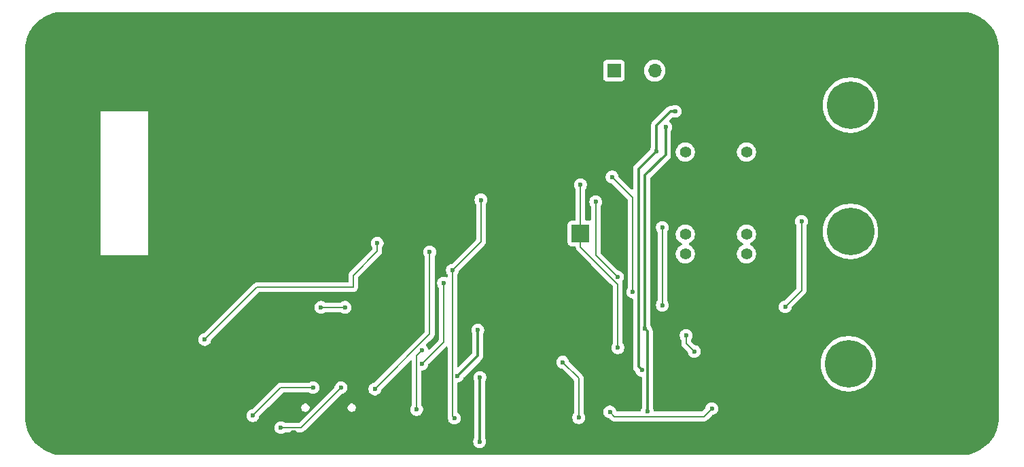
<source format=gbr>
%TF.GenerationSoftware,KiCad,Pcbnew,9.0.1-1.fc41*%
%TF.CreationDate,2025-04-10T23:58:52-07:00*%
%TF.ProjectId,Potentiostat KiCAD Prohject,506f7465-6e74-4696-9f73-746174204b69,rev?*%
%TF.SameCoordinates,Original*%
%TF.FileFunction,Copper,L2,Bot*%
%TF.FilePolarity,Positive*%
%FSLAX46Y46*%
G04 Gerber Fmt 4.6, Leading zero omitted, Abs format (unit mm)*
G04 Created by KiCad (PCBNEW 9.0.1-1.fc41) date 2025-04-10 23:58:52*
%MOMM*%
%LPD*%
G01*
G04 APERTURE LIST*
%TA.AperFunction,ComponentPad*%
%ADD10C,3.800000*%
%TD*%
%TA.AperFunction,HeatsinkPad*%
%ADD11O,1.000000X2.100000*%
%TD*%
%TA.AperFunction,HeatsinkPad*%
%ADD12O,1.000000X1.800000*%
%TD*%
%TA.AperFunction,ComponentPad*%
%ADD13C,1.400000*%
%TD*%
%TA.AperFunction,ComponentPad*%
%ADD14R,1.400000X1.400000*%
%TD*%
%TA.AperFunction,ComponentPad*%
%ADD15C,5.918200*%
%TD*%
%TA.AperFunction,ComponentPad*%
%ADD16R,1.700000X1.700000*%
%TD*%
%TA.AperFunction,ComponentPad*%
%ADD17O,1.700000X1.700000*%
%TD*%
%TA.AperFunction,ComponentPad*%
%ADD18R,2.200000X2.200000*%
%TD*%
%TA.AperFunction,ComponentPad*%
%ADD19O,2.200000X2.200000*%
%TD*%
%TA.AperFunction,ViaPad*%
%ADD20C,0.600000*%
%TD*%
%TA.AperFunction,Conductor*%
%ADD21C,0.200000*%
%TD*%
%TA.AperFunction,Conductor*%
%ADD22C,0.350000*%
%TD*%
G04 APERTURE END LIST*
D10*
%TO.P,H4,1,1*%
%TO.N,GND*%
X121000000Y-57500000D03*
%TD*%
%TO.P,H3,1,1*%
%TO.N,GND*%
X121000000Y-105500000D03*
%TD*%
%TO.P,H2,1,1*%
%TO.N,GND*%
X234500000Y-105500000D03*
%TD*%
%TO.P,H1,1,1*%
%TO.N,GND*%
X234500000Y-57500000D03*
%TD*%
D11*
%TO.P,J2,S1,SHIELD*%
%TO.N,GND*%
X150620000Y-102500000D03*
D12*
X150620000Y-106680000D03*
D11*
X159260000Y-102500000D03*
D12*
X159260000Y-106680000D03*
%TD*%
D13*
%TO.P,K1,14*%
%TO.N,GND*%
X207020000Y-68580000D03*
%TO.P,K1,13*%
%TO.N,Net-(J5-Pin_1)*%
X207020000Y-71120000D03*
%TO.P,K1,9*%
%TO.N,N/C*%
X207020000Y-81380000D03*
%TO.P,K1,8*%
%TO.N,Net-(U10-AIN1)*%
X207020000Y-83820000D03*
%TO.P,K1,7*%
X199400000Y-83820000D03*
%TO.P,K1,6*%
%TO.N,Net-(K1-Pad6)*%
X199400000Y-81380000D03*
%TO.P,K1,2*%
%TO.N,Net-(J5-Pin_1)*%
X199400000Y-71120000D03*
D14*
%TO.P,K1,1*%
%TO.N,GND*%
X199400000Y-68580000D03*
%TD*%
D15*
%TO.P,J5,1,Pin_1*%
%TO.N,Net-(J5-Pin_1)*%
X219964000Y-81026000D03*
%TD*%
D16*
%TO.P,J1,1,Pin_1*%
%TO.N,+9V*%
X190500000Y-60960000D03*
D17*
%TO.P,J1,2,Pin_2*%
%TO.N,GND*%
X190500000Y-58420000D03*
%TD*%
D18*
%TO.P,D2,1,K*%
%TO.N,Net-(D2-K)*%
X186339000Y-81280000D03*
D19*
%TO.P,D2,2,A*%
%TO.N,GND*%
X186339000Y-91440000D03*
%TD*%
D15*
%TO.P,J6,1,Pin_1*%
%TO.N,Net-(J6-Pin_1)*%
X219710000Y-97536000D03*
%TD*%
D16*
%TO.P,J3,1,Pin_1*%
%TO.N,GND*%
X195580000Y-58420000D03*
D17*
%TO.P,J3,2,Pin_2*%
%TO.N,-9V*%
X195580000Y-60960000D03*
%TD*%
D15*
%TO.P,J4,1,Pin_1*%
%TO.N,Net-(J4-Pin_1)*%
X219964000Y-65278000D03*
%TD*%
D20*
%TO.N,GND*%
X125000000Y-89500000D03*
X156500000Y-83500000D03*
X155000000Y-85000000D03*
X190500000Y-78500000D03*
X189500000Y-79500000D03*
X191500000Y-81500000D03*
X190500000Y-83500000D03*
X184000000Y-87500000D03*
X186500000Y-87000000D03*
X178000000Y-83000000D03*
X184000000Y-83500000D03*
X183000000Y-85500000D03*
X165500000Y-61500000D03*
X171000000Y-64500000D03*
X165000000Y-62500000D03*
X165500000Y-60500000D03*
X164500000Y-63500000D03*
X164000000Y-64500000D03*
X162500000Y-65000000D03*
X161000000Y-64500000D03*
X160000000Y-64000000D03*
X159500000Y-63500000D03*
X158500000Y-63000000D03*
X157500000Y-62500000D03*
X157000000Y-61500000D03*
X165000000Y-58000000D03*
X159500000Y-58500000D03*
X160000000Y-78000000D03*
X188000000Y-72000000D03*
X190000000Y-66500000D03*
X192000000Y-63500000D03*
X188000000Y-108000000D03*
X190500000Y-105500000D03*
X164000000Y-103500000D03*
%TO.N,Net-(J2-CC2)*%
X149000000Y-105500000D03*
X156500000Y-100500000D03*
%TO.N,Net-(J2-CC1)*%
X145500000Y-104000000D03*
X153000000Y-100500000D03*
%TO.N,+3.3V*%
X139500000Y-94500000D03*
%TO.N,/I2C_SCL*%
X157000000Y-90500000D03*
X154000000Y-90500000D03*
%TO.N,+3.3V*%
X161000000Y-82500000D03*
%TO.N,Net-(U2A-+)*%
X200500000Y-96000000D03*
X199500000Y-94000000D03*
%TO.N,GND*%
X196596000Y-76708000D03*
X171450000Y-92456000D03*
X166116000Y-89662000D03*
X205486000Y-93726000D03*
%TO.N,Net-(D2-K)*%
X186339000Y-75200000D03*
X190987000Y-95524500D03*
%TO.N,Net-(J4-Pin_1)*%
X213868000Y-79756000D03*
X211836000Y-90424000D03*
%TO.N,Net-(R15-Pad1)*%
X186106000Y-104248000D03*
X184109000Y-97330000D03*
%TO.N,Net-(R10-Pad1)*%
X190274000Y-74228700D03*
X192847000Y-88572600D03*
%TO.N,Net-(U2D--)*%
X188227000Y-77329200D03*
X190938000Y-86691200D03*
%TO.N,-9V*%
X173759000Y-107234000D03*
X198120000Y-66040000D03*
X173794000Y-99235000D03*
X193973000Y-98340100D03*
X195758000Y-71055000D03*
%TO.N,+9V*%
X196934000Y-67995000D03*
X170996000Y-99060000D03*
X194650000Y-103505000D03*
X194385000Y-93171100D03*
X173533000Y-93330800D03*
%TO.N,+5V*%
X167550000Y-83580000D03*
X160710000Y-100677000D03*
%TO.N,/ADC_IN3*%
X196518000Y-90215000D03*
X166551000Y-97556300D03*
X196518000Y-80521500D03*
X169267000Y-87466600D03*
%TO.N,/I2C_SDA*%
X170619000Y-104314000D03*
X170374000Y-85860600D03*
X173921000Y-77091000D03*
%TO.N,VCC*%
X166551000Y-95869600D03*
X165912000Y-103228000D03*
%TO.N,Net-(J6-Pin_1)*%
X189992000Y-103540000D03*
X202692000Y-103124000D03*
%TD*%
D21*
%TO.N,GND*%
X190500000Y-105500000D02*
X188000000Y-108000000D01*
%TO.N,Net-(J2-CC2)*%
X149021000Y-105479000D02*
X149000000Y-105500000D01*
X151521000Y-105479000D02*
X149021000Y-105479000D01*
X156500000Y-100500000D02*
X151521000Y-105479000D01*
%TO.N,Net-(J2-CC1)*%
X149000000Y-100500000D02*
X145500000Y-104000000D01*
X153000000Y-100500000D02*
X149000000Y-100500000D01*
%TO.N,+3.3V*%
X146000000Y-88000000D02*
X139500000Y-94500000D01*
X158000000Y-88000000D02*
X146000000Y-88000000D01*
%TO.N,/I2C_SCL*%
X154000000Y-90500000D02*
X157000000Y-90500000D01*
%TO.N,+3.3V*%
X158000000Y-86500000D02*
X158000000Y-88000000D01*
X161000000Y-82500000D02*
X161000000Y-83500000D01*
X161000000Y-83500000D02*
X158000000Y-86500000D01*
%TO.N,Net-(U2A-+)*%
X199500000Y-95000000D02*
X199500000Y-94000000D01*
X200500000Y-96000000D02*
X199500000Y-95000000D01*
%TO.N,GND*%
X205486000Y-93726000D02*
X205486000Y-94234000D01*
X196596000Y-76708000D02*
X197104000Y-77216000D01*
X171450000Y-92456000D02*
X171450000Y-91694000D01*
%TO.N,Net-(D2-K)*%
X186339000Y-81280000D02*
X186339000Y-75200000D01*
X186339000Y-81280000D02*
X186339000Y-82943500D01*
X190987000Y-87591200D02*
X190987000Y-95524500D01*
X186339000Y-82943500D02*
X190987000Y-87591200D01*
%TO.N,Net-(J4-Pin_1)*%
X213868000Y-88392000D02*
X211836000Y-90424000D01*
X213868000Y-79756000D02*
X213868000Y-88392000D01*
%TO.N,Net-(R15-Pad1)*%
X186106000Y-104248000D02*
X186106000Y-99326500D01*
X186106000Y-99326500D02*
X184109000Y-97330000D01*
%TO.N,Net-(R10-Pad1)*%
X190274000Y-74228700D02*
X192847000Y-76802200D01*
X192847000Y-76802200D02*
X192847000Y-88572600D01*
%TO.N,Net-(U2D--)*%
X190938000Y-86691200D02*
X188227000Y-83980400D01*
X188227000Y-83980400D02*
X188227000Y-77329200D01*
D22*
%TO.N,-9V*%
X195758000Y-67853414D02*
X195758000Y-71055000D01*
X198120000Y-66040000D02*
X197571414Y-66040000D01*
X193548000Y-97915100D02*
X193973000Y-98340100D01*
X197571414Y-66040000D02*
X195758000Y-67853414D01*
X173759000Y-99270400D02*
X173794000Y-99235000D01*
X195758000Y-71055000D02*
X193548000Y-73265000D01*
X173759000Y-107234000D02*
X173759000Y-99270400D01*
X193548000Y-73265000D02*
X193548000Y-97915100D01*
%TO.N,+9V*%
X196934000Y-67995000D02*
X196934000Y-71474000D01*
X194650000Y-93436900D02*
X194650000Y-103505000D01*
X173533000Y-93330800D02*
X173533000Y-96522100D01*
X194385000Y-93171100D02*
X194650000Y-93436900D01*
X196934000Y-71474000D02*
X194385000Y-74023100D01*
X194385000Y-74023100D02*
X194385000Y-93171100D01*
X173533000Y-96522100D02*
X170996000Y-99060000D01*
D21*
%TO.N,+5V*%
X167550000Y-93837000D02*
X167550000Y-83580000D01*
X160710000Y-100677000D02*
X167550000Y-93837000D01*
%TO.N,/ADC_IN3*%
X196518000Y-90215000D02*
X196518000Y-80521500D01*
X169267000Y-94840000D02*
X166551000Y-97556300D01*
X169267000Y-87466600D02*
X169267000Y-94840000D01*
%TO.N,/I2C_SDA*%
X170374000Y-85860600D02*
X173921000Y-82313500D01*
X170619000Y-104314000D02*
X170374000Y-104068000D01*
X170374000Y-104068000D02*
X170374000Y-85860600D01*
X173921000Y-82313500D02*
X173921000Y-77091000D01*
%TO.N,VCC*%
X165912000Y-103228000D02*
X165912000Y-96508100D01*
X165912000Y-96508100D02*
X166551000Y-95869600D01*
%TO.N,Net-(J6-Pin_1)*%
X202692000Y-103124000D02*
X201710000Y-104106000D01*
X201710000Y-104106000D02*
X190558000Y-104106000D01*
X190558000Y-104106000D02*
X189992000Y-103540000D01*
%TD*%
%TA.AperFunction,Conductor*%
%TO.N,GND*%
G36*
X233762702Y-53640617D02*
G01*
X234164202Y-53658147D01*
X234174937Y-53659087D01*
X234570693Y-53711189D01*
X234581331Y-53713064D01*
X234971043Y-53799462D01*
X234981483Y-53802260D01*
X235362168Y-53922289D01*
X235372315Y-53925982D01*
X235741102Y-54078739D01*
X235750893Y-54083305D01*
X236104942Y-54267611D01*
X236114310Y-54273019D01*
X236450959Y-54487488D01*
X236459820Y-54493693D01*
X236776487Y-54736680D01*
X236784774Y-54743634D01*
X237079056Y-55013294D01*
X237086705Y-55020943D01*
X237356365Y-55315225D01*
X237363319Y-55323512D01*
X237606306Y-55640179D01*
X237612511Y-55649040D01*
X237826980Y-55985689D01*
X237832388Y-55995057D01*
X238016691Y-56349099D01*
X238021263Y-56358903D01*
X238174013Y-56727674D01*
X238177713Y-56737840D01*
X238297738Y-57118512D01*
X238300538Y-57128960D01*
X238386933Y-57518660D01*
X238388811Y-57529314D01*
X238440910Y-57925042D01*
X238441853Y-57935818D01*
X238459382Y-58337297D01*
X238459500Y-58342706D01*
X238459500Y-104217293D01*
X238459382Y-104222702D01*
X238441853Y-104624181D01*
X238440910Y-104634957D01*
X238388811Y-105030685D01*
X238386933Y-105041339D01*
X238300538Y-105431039D01*
X238297738Y-105441487D01*
X238177713Y-105822159D01*
X238174013Y-105832325D01*
X238021263Y-106201096D01*
X238016691Y-106210900D01*
X237832388Y-106564942D01*
X237826980Y-106574310D01*
X237612511Y-106910959D01*
X237606306Y-106919820D01*
X237363319Y-107236487D01*
X237356365Y-107244774D01*
X237086705Y-107539056D01*
X237079056Y-107546705D01*
X236784774Y-107816365D01*
X236776487Y-107823319D01*
X236459820Y-108066306D01*
X236450959Y-108072511D01*
X236114310Y-108286980D01*
X236104942Y-108292388D01*
X235750900Y-108476691D01*
X235741096Y-108481263D01*
X235372325Y-108634013D01*
X235362159Y-108637713D01*
X234981487Y-108757738D01*
X234971039Y-108760538D01*
X234581339Y-108846933D01*
X234570685Y-108848811D01*
X234174957Y-108900910D01*
X234164181Y-108901853D01*
X233762703Y-108919382D01*
X233757294Y-108919500D01*
X121842706Y-108919500D01*
X121837297Y-108919382D01*
X121435818Y-108901853D01*
X121425042Y-108900910D01*
X121029314Y-108848811D01*
X121018660Y-108846933D01*
X120628960Y-108760538D01*
X120618512Y-108757738D01*
X120237840Y-108637713D01*
X120227674Y-108634013D01*
X119858903Y-108481263D01*
X119849099Y-108476691D01*
X119495057Y-108292388D01*
X119485689Y-108286980D01*
X119149040Y-108072511D01*
X119140179Y-108066306D01*
X118823512Y-107823319D01*
X118815225Y-107816365D01*
X118520943Y-107546705D01*
X118513294Y-107539056D01*
X118243634Y-107244774D01*
X118236680Y-107236487D01*
X118227522Y-107224552D01*
X118174270Y-107155153D01*
X172958500Y-107155153D01*
X172958500Y-107312846D01*
X172989261Y-107467489D01*
X172989264Y-107467501D01*
X173049602Y-107613172D01*
X173049609Y-107613185D01*
X173137210Y-107744288D01*
X173137213Y-107744292D01*
X173248707Y-107855786D01*
X173248711Y-107855789D01*
X173379814Y-107943390D01*
X173379827Y-107943397D01*
X173525498Y-108003735D01*
X173525503Y-108003737D01*
X173680153Y-108034499D01*
X173680156Y-108034500D01*
X173680158Y-108034500D01*
X173837844Y-108034500D01*
X173837845Y-108034499D01*
X173992497Y-108003737D01*
X174138179Y-107943394D01*
X174269289Y-107855789D01*
X174380789Y-107744289D01*
X174468394Y-107613179D01*
X174528737Y-107467497D01*
X174559500Y-107312842D01*
X174559500Y-107155158D01*
X174559500Y-107155155D01*
X174559499Y-107155153D01*
X174528738Y-107000510D01*
X174528737Y-107000503D01*
X174501840Y-106935567D01*
X174468397Y-106854827D01*
X174468390Y-106854814D01*
X174455398Y-106835370D01*
X174434520Y-106768692D01*
X174434500Y-106766479D01*
X174434500Y-99754901D01*
X174454185Y-99687862D01*
X174455398Y-99686010D01*
X174495061Y-99626650D01*
X174503394Y-99614179D01*
X174563737Y-99468497D01*
X174594500Y-99313842D01*
X174594500Y-99156158D01*
X174594500Y-99156155D01*
X174594499Y-99156153D01*
X174582263Y-99094641D01*
X174563737Y-99001503D01*
X174563735Y-99001498D01*
X174503397Y-98855827D01*
X174503390Y-98855814D01*
X174415789Y-98724711D01*
X174415786Y-98724707D01*
X174304292Y-98613213D01*
X174304288Y-98613210D01*
X174173185Y-98525609D01*
X174173172Y-98525602D01*
X174027501Y-98465264D01*
X174027489Y-98465261D01*
X173872845Y-98434500D01*
X173872842Y-98434500D01*
X173715158Y-98434500D01*
X173715155Y-98434500D01*
X173560510Y-98465261D01*
X173560498Y-98465264D01*
X173414827Y-98525602D01*
X173414814Y-98525609D01*
X173283711Y-98613210D01*
X173283707Y-98613213D01*
X173172213Y-98724707D01*
X173172210Y-98724711D01*
X173084609Y-98855814D01*
X173084602Y-98855827D01*
X173024264Y-99001498D01*
X173024261Y-99001510D01*
X172993500Y-99156153D01*
X172993500Y-99313846D01*
X173018431Y-99439179D01*
X173024263Y-99468497D01*
X173068493Y-99575279D01*
X173074061Y-99588720D01*
X173083500Y-99636173D01*
X173083500Y-106766479D01*
X173063815Y-106833518D01*
X173062602Y-106835370D01*
X173049609Y-106854814D01*
X173049602Y-106854827D01*
X172989264Y-107000498D01*
X172989261Y-107000510D01*
X172958500Y-107155153D01*
X118174270Y-107155153D01*
X117993693Y-106919820D01*
X117987488Y-106910959D01*
X117773019Y-106574310D01*
X117767611Y-106564942D01*
X117629951Y-106300500D01*
X117583305Y-106210893D01*
X117578736Y-106201096D01*
X117425982Y-105832315D01*
X117422286Y-105822159D01*
X117394332Y-105733501D01*
X117302260Y-105441483D01*
X117299461Y-105431039D01*
X117297269Y-105421153D01*
X148199500Y-105421153D01*
X148199500Y-105578846D01*
X148230261Y-105733489D01*
X148230264Y-105733501D01*
X148290602Y-105879172D01*
X148290609Y-105879185D01*
X148378210Y-106010288D01*
X148378213Y-106010292D01*
X148489707Y-106121786D01*
X148489711Y-106121789D01*
X148620814Y-106209390D01*
X148620827Y-106209397D01*
X148766498Y-106269735D01*
X148766503Y-106269737D01*
X148921153Y-106300499D01*
X148921156Y-106300500D01*
X148921158Y-106300500D01*
X149078844Y-106300500D01*
X149078845Y-106300499D01*
X149233497Y-106269737D01*
X149379179Y-106209394D01*
X149510289Y-106121789D01*
X149510292Y-106121786D01*
X149516260Y-106115819D01*
X149577583Y-106082334D01*
X149603941Y-106079500D01*
X151434331Y-106079500D01*
X151434347Y-106079501D01*
X151441943Y-106079501D01*
X151600054Y-106079501D01*
X151600057Y-106079501D01*
X151752785Y-106038577D01*
X151802904Y-106009639D01*
X151889716Y-105959520D01*
X152001520Y-105847716D01*
X152001520Y-105847714D01*
X152011728Y-105837507D01*
X152011729Y-105837504D01*
X154918839Y-102930395D01*
X157301300Y-102930395D01*
X157301300Y-103069605D01*
X157337330Y-103204071D01*
X157406935Y-103324629D01*
X157505371Y-103423065D01*
X157625929Y-103492670D01*
X157760395Y-103528700D01*
X157760397Y-103528700D01*
X157899603Y-103528700D01*
X157899605Y-103528700D01*
X158034071Y-103492670D01*
X158154629Y-103423065D01*
X158253065Y-103324629D01*
X158322670Y-103204071D01*
X158358700Y-103069605D01*
X158358700Y-102930395D01*
X158322670Y-102795929D01*
X158253065Y-102675371D01*
X158154629Y-102576935D01*
X158034071Y-102507330D01*
X157899605Y-102471300D01*
X157760395Y-102471300D01*
X157625928Y-102507330D01*
X157505371Y-102576935D01*
X157505368Y-102576937D01*
X157406937Y-102675368D01*
X157406935Y-102675371D01*
X157337330Y-102795928D01*
X157323156Y-102848827D01*
X157301300Y-102930395D01*
X154918839Y-102930395D01*
X156514662Y-101334572D01*
X156575983Y-101301089D01*
X156578150Y-101300638D01*
X156636085Y-101289113D01*
X156733497Y-101269737D01*
X156879179Y-101209394D01*
X157010289Y-101121789D01*
X157121789Y-101010289D01*
X157209394Y-100879179D01*
X157269737Y-100733497D01*
X157296659Y-100598153D01*
X159909500Y-100598153D01*
X159909500Y-100755846D01*
X159940261Y-100910489D01*
X159940264Y-100910501D01*
X160000602Y-101056172D01*
X160000609Y-101056185D01*
X160088210Y-101187288D01*
X160088213Y-101187292D01*
X160199707Y-101298786D01*
X160199711Y-101298789D01*
X160330814Y-101386390D01*
X160330827Y-101386397D01*
X160476498Y-101446735D01*
X160476503Y-101446737D01*
X160631153Y-101477499D01*
X160631156Y-101477500D01*
X160631158Y-101477500D01*
X160788844Y-101477500D01*
X160788845Y-101477499D01*
X160943497Y-101446737D01*
X161089179Y-101386394D01*
X161220289Y-101298789D01*
X161331789Y-101187289D01*
X161419394Y-101056179D01*
X161479737Y-100910497D01*
X161502255Y-100797293D01*
X161510638Y-100755150D01*
X161543023Y-100693239D01*
X161544518Y-100691716D01*
X165099819Y-97136416D01*
X165161142Y-97102931D01*
X165230834Y-97107915D01*
X165286767Y-97149787D01*
X165311184Y-97215251D01*
X165311500Y-97224097D01*
X165311500Y-102648234D01*
X165291815Y-102715273D01*
X165290602Y-102717125D01*
X165202609Y-102848814D01*
X165202602Y-102848827D01*
X165142264Y-102994498D01*
X165142261Y-102994510D01*
X165111500Y-103149153D01*
X165111500Y-103306846D01*
X165142261Y-103461489D01*
X165142264Y-103461501D01*
X165202602Y-103607172D01*
X165202609Y-103607185D01*
X165290210Y-103738288D01*
X165290213Y-103738292D01*
X165401707Y-103849786D01*
X165401711Y-103849789D01*
X165532814Y-103937390D01*
X165532827Y-103937397D01*
X165678498Y-103997735D01*
X165678503Y-103997737D01*
X165833153Y-104028499D01*
X165833156Y-104028500D01*
X165833158Y-104028500D01*
X165990844Y-104028500D01*
X165990845Y-104028499D01*
X166145497Y-103997737D01*
X166291179Y-103937394D01*
X166422289Y-103849789D01*
X166533789Y-103738289D01*
X166621394Y-103607179D01*
X166681737Y-103461497D01*
X166712500Y-103306842D01*
X166712500Y-103149158D01*
X166712500Y-103149155D01*
X166712499Y-103149153D01*
X166707858Y-103125821D01*
X166681737Y-102994503D01*
X166638662Y-102890510D01*
X166621397Y-102848827D01*
X166621390Y-102848814D01*
X166533398Y-102717125D01*
X166512520Y-102650447D01*
X166512500Y-102648234D01*
X166512500Y-98480744D01*
X166532185Y-98413705D01*
X166584989Y-98367950D01*
X166624351Y-98357341D01*
X166629844Y-98356800D01*
X166692041Y-98344427D01*
X166784497Y-98326037D01*
X166930179Y-98265694D01*
X167061289Y-98178089D01*
X167172789Y-98066589D01*
X167260394Y-97935479D01*
X167320737Y-97789797D01*
X167351500Y-97635142D01*
X167351649Y-97634393D01*
X167384034Y-97572482D01*
X167385510Y-97570978D01*
X169561815Y-95394434D01*
X169623135Y-95360946D01*
X169692827Y-95365927D01*
X169748763Y-95407795D01*
X169773184Y-95473258D01*
X169773500Y-95482111D01*
X169773500Y-104067268D01*
X169773340Y-104145834D01*
X169773500Y-104146436D01*
X169773500Y-104147057D01*
X169779421Y-104169153D01*
X169793761Y-104222673D01*
X169793826Y-104222917D01*
X169814340Y-104300106D01*
X169818500Y-104331955D01*
X169818500Y-104392846D01*
X169849261Y-104547489D01*
X169849264Y-104547501D01*
X169909602Y-104693172D01*
X169909609Y-104693185D01*
X169997210Y-104824288D01*
X169997213Y-104824292D01*
X170108707Y-104935786D01*
X170108711Y-104935789D01*
X170239814Y-105023390D01*
X170239827Y-105023397D01*
X170385498Y-105083735D01*
X170385503Y-105083737D01*
X170540153Y-105114499D01*
X170540156Y-105114500D01*
X170540158Y-105114500D01*
X170697844Y-105114500D01*
X170697845Y-105114499D01*
X170852497Y-105083737D01*
X170998179Y-105023394D01*
X171129289Y-104935789D01*
X171240789Y-104824289D01*
X171328394Y-104693179D01*
X171388737Y-104547497D01*
X171419500Y-104392842D01*
X171419500Y-104235158D01*
X171419500Y-104235155D01*
X171419499Y-104235153D01*
X171415946Y-104217293D01*
X171388737Y-104080503D01*
X171376222Y-104050288D01*
X171328397Y-103934827D01*
X171328390Y-103934814D01*
X171240789Y-103803711D01*
X171240786Y-103803707D01*
X171129292Y-103692213D01*
X171129284Y-103692207D01*
X171029610Y-103625607D01*
X170984804Y-103571995D01*
X170974500Y-103522505D01*
X170974500Y-99982223D01*
X170994185Y-99915184D01*
X171046989Y-99869429D01*
X171074309Y-99860606D01*
X171074842Y-99860500D01*
X171229497Y-99829737D01*
X171375179Y-99769394D01*
X171506289Y-99681789D01*
X171617789Y-99570289D01*
X171705394Y-99439179D01*
X171765737Y-99293497D01*
X171770328Y-99270410D01*
X171802710Y-99208499D01*
X171804161Y-99207021D01*
X173759336Y-97251153D01*
X183308500Y-97251153D01*
X183308500Y-97408846D01*
X183339261Y-97563489D01*
X183339264Y-97563501D01*
X183399602Y-97709172D01*
X183399609Y-97709185D01*
X183487210Y-97840288D01*
X183487213Y-97840292D01*
X183598707Y-97951786D01*
X183598711Y-97951789D01*
X183729814Y-98039390D01*
X183729827Y-98039397D01*
X183795483Y-98066592D01*
X183875503Y-98099737D01*
X184030158Y-98130500D01*
X184030977Y-98130663D01*
X184092888Y-98163048D01*
X184094429Y-98164562D01*
X185343929Y-99413748D01*
X185469170Y-99538958D01*
X185502663Y-99600277D01*
X185505500Y-99626650D01*
X185505500Y-103668234D01*
X185485815Y-103735273D01*
X185484602Y-103737125D01*
X185396609Y-103868814D01*
X185396602Y-103868827D01*
X185336264Y-104014498D01*
X185336261Y-104014510D01*
X185305500Y-104169153D01*
X185305500Y-104326846D01*
X185336261Y-104481489D01*
X185336264Y-104481501D01*
X185396602Y-104627172D01*
X185396609Y-104627185D01*
X185484210Y-104758288D01*
X185484213Y-104758292D01*
X185595707Y-104869786D01*
X185595711Y-104869789D01*
X185726814Y-104957390D01*
X185726827Y-104957397D01*
X185872498Y-105017735D01*
X185872503Y-105017737D01*
X186027153Y-105048499D01*
X186027156Y-105048500D01*
X186027158Y-105048500D01*
X186184844Y-105048500D01*
X186184845Y-105048499D01*
X186339497Y-105017737D01*
X186485179Y-104957394D01*
X186616289Y-104869789D01*
X186727789Y-104758289D01*
X186815394Y-104627179D01*
X186875737Y-104481497D01*
X186906500Y-104326842D01*
X186906500Y-104169158D01*
X186906500Y-104169155D01*
X186906499Y-104169153D01*
X186901980Y-104146436D01*
X186875737Y-104014503D01*
X186843796Y-103937390D01*
X186815397Y-103868827D01*
X186815390Y-103868814D01*
X186727398Y-103737125D01*
X186721747Y-103719078D01*
X186711523Y-103703169D01*
X186707071Y-103672207D01*
X186706520Y-103670447D01*
X186706500Y-103668234D01*
X186706500Y-103461153D01*
X189191500Y-103461153D01*
X189191500Y-103618846D01*
X189222261Y-103773489D01*
X189222264Y-103773501D01*
X189282602Y-103919172D01*
X189282609Y-103919185D01*
X189370210Y-104050288D01*
X189370213Y-104050292D01*
X189481707Y-104161786D01*
X189481711Y-104161789D01*
X189612814Y-104249390D01*
X189612827Y-104249397D01*
X189751521Y-104306845D01*
X189758503Y-104309737D01*
X189823147Y-104322595D01*
X189913849Y-104340638D01*
X189930605Y-104349402D01*
X189949085Y-104353423D01*
X189974123Y-104372167D01*
X189975760Y-104373023D01*
X189977339Y-104374574D01*
X190073139Y-104470374D01*
X190073149Y-104470385D01*
X190077479Y-104474715D01*
X190077480Y-104474716D01*
X190189284Y-104586520D01*
X190263881Y-104629588D01*
X190326215Y-104665577D01*
X190478943Y-104706501D01*
X190478946Y-104706501D01*
X190644653Y-104706501D01*
X190644669Y-104706500D01*
X201623331Y-104706500D01*
X201623347Y-104706501D01*
X201630943Y-104706501D01*
X201789054Y-104706501D01*
X201789057Y-104706501D01*
X201941785Y-104665577D01*
X202004119Y-104629588D01*
X202078716Y-104586520D01*
X202190520Y-104474716D01*
X202190520Y-104474714D01*
X202200724Y-104464511D01*
X202200727Y-104464506D01*
X202706665Y-103958570D01*
X202767984Y-103925088D01*
X202770151Y-103924637D01*
X202770840Y-103924500D01*
X202770842Y-103924500D01*
X202925497Y-103893737D01*
X203071179Y-103833394D01*
X203202289Y-103745789D01*
X203313789Y-103634289D01*
X203401394Y-103503179D01*
X203401607Y-103502666D01*
X203434579Y-103423062D01*
X203461737Y-103357497D01*
X203492500Y-103202842D01*
X203492500Y-103045158D01*
X203492500Y-103045155D01*
X203492499Y-103045153D01*
X203467249Y-102918213D01*
X203461737Y-102890503D01*
X203461735Y-102890498D01*
X203401397Y-102744827D01*
X203401390Y-102744814D01*
X203313789Y-102613711D01*
X203313786Y-102613707D01*
X203202292Y-102502213D01*
X203202288Y-102502210D01*
X203071185Y-102414609D01*
X203071172Y-102414602D01*
X202925501Y-102354264D01*
X202925489Y-102354261D01*
X202770845Y-102323500D01*
X202770842Y-102323500D01*
X202613158Y-102323500D01*
X202613155Y-102323500D01*
X202458510Y-102354261D01*
X202458498Y-102354264D01*
X202312827Y-102414602D01*
X202312814Y-102414609D01*
X202181711Y-102502210D01*
X202181707Y-102502213D01*
X202070213Y-102613707D01*
X202070210Y-102613711D01*
X201982609Y-102744814D01*
X201982602Y-102744827D01*
X201922264Y-102890498D01*
X201922261Y-102890508D01*
X201891362Y-103045849D01*
X201858977Y-103107759D01*
X201857426Y-103109338D01*
X201497584Y-103469181D01*
X201436261Y-103502666D01*
X201409903Y-103505500D01*
X195568046Y-103505500D01*
X195501007Y-103485815D01*
X195455252Y-103433011D01*
X195446429Y-103405691D01*
X195419738Y-103271510D01*
X195419737Y-103271503D01*
X195419735Y-103271498D01*
X195359397Y-103125827D01*
X195359390Y-103125814D01*
X195346398Y-103106370D01*
X195325520Y-103039692D01*
X195325500Y-103037479D01*
X195325500Y-97366041D01*
X216250400Y-97366041D01*
X216250400Y-97705959D01*
X216250718Y-97709185D01*
X216283716Y-98044230D01*
X216283719Y-98044247D01*
X216350027Y-98377607D01*
X216350030Y-98377618D01*
X216448706Y-98702911D01*
X216532711Y-98905716D01*
X216572387Y-99001503D01*
X216578788Y-99016955D01*
X216578790Y-99016960D01*
X216739017Y-99316723D01*
X216739034Y-99316751D01*
X216927859Y-99599349D01*
X216927876Y-99599372D01*
X217143518Y-99862132D01*
X217383867Y-100102481D01*
X217383872Y-100102485D01*
X217383873Y-100102486D01*
X217646633Y-100318128D01*
X217646640Y-100318133D01*
X217646650Y-100318140D01*
X217929248Y-100506965D01*
X217929253Y-100506968D01*
X217929265Y-100506976D01*
X217929274Y-100506980D01*
X217929276Y-100506982D01*
X218229039Y-100667209D01*
X218229041Y-100667209D01*
X218229047Y-100667213D01*
X218543090Y-100797294D01*
X218868372Y-100895967D01*
X218868378Y-100895968D01*
X218868381Y-100895969D01*
X218868392Y-100895972D01*
X219077437Y-100937552D01*
X219201759Y-100962282D01*
X219540041Y-100995600D01*
X219540044Y-100995600D01*
X219879956Y-100995600D01*
X219879959Y-100995600D01*
X220218241Y-100962282D01*
X220383258Y-100929457D01*
X220551607Y-100895972D01*
X220551618Y-100895969D01*
X220551618Y-100895968D01*
X220551628Y-100895967D01*
X220876910Y-100797294D01*
X221190953Y-100667213D01*
X221490735Y-100506976D01*
X221773367Y-100318128D01*
X222036127Y-100102486D01*
X222276486Y-99862127D01*
X222492128Y-99599367D01*
X222680976Y-99316735D01*
X222841213Y-99016953D01*
X222971294Y-98702910D01*
X223069967Y-98377628D01*
X223069969Y-98377618D01*
X223069972Y-98377607D01*
X223112650Y-98163048D01*
X223136282Y-98044241D01*
X223169600Y-97705959D01*
X223169600Y-97366041D01*
X223136282Y-97027759D01*
X223094898Y-96819707D01*
X223069972Y-96694392D01*
X223069969Y-96694381D01*
X223069968Y-96694378D01*
X223069967Y-96694372D01*
X222971294Y-96369090D01*
X222841213Y-96055047D01*
X222830386Y-96034792D01*
X222680982Y-95755276D01*
X222680980Y-95755274D01*
X222680976Y-95755265D01*
X222680965Y-95755248D01*
X222492140Y-95472650D01*
X222492133Y-95472640D01*
X222492128Y-95472633D01*
X222276486Y-95209873D01*
X222276485Y-95209872D01*
X222276481Y-95209867D01*
X222036132Y-94969518D01*
X221773372Y-94753876D01*
X221773349Y-94753859D01*
X221490751Y-94565034D01*
X221490723Y-94565017D01*
X221190960Y-94404790D01*
X221190955Y-94404788D01*
X220876911Y-94274706D01*
X220551618Y-94176030D01*
X220551607Y-94176027D01*
X220218247Y-94109719D01*
X220218230Y-94109716D01*
X219962419Y-94084521D01*
X219879959Y-94076400D01*
X219540041Y-94076400D01*
X219463777Y-94083911D01*
X219201769Y-94109716D01*
X219201752Y-94109719D01*
X218868392Y-94176027D01*
X218868381Y-94176030D01*
X218543088Y-94274706D01*
X218229044Y-94404788D01*
X218229039Y-94404790D01*
X217929276Y-94565017D01*
X217929248Y-94565034D01*
X217646650Y-94753859D01*
X217646627Y-94753876D01*
X217383867Y-94969518D01*
X217143518Y-95209867D01*
X216927876Y-95472627D01*
X216927859Y-95472650D01*
X216739034Y-95755248D01*
X216739017Y-95755276D01*
X216578790Y-96055039D01*
X216578788Y-96055044D01*
X216448706Y-96369088D01*
X216350030Y-96694381D01*
X216350027Y-96694392D01*
X216283719Y-97027752D01*
X216283716Y-97027769D01*
X216261715Y-97251158D01*
X216250400Y-97366041D01*
X195325500Y-97366041D01*
X195325500Y-93921153D01*
X198699500Y-93921153D01*
X198699500Y-94078846D01*
X198730261Y-94233489D01*
X198730264Y-94233501D01*
X198790602Y-94379172D01*
X198790609Y-94379185D01*
X198878602Y-94510874D01*
X198899480Y-94577551D01*
X198899500Y-94579765D01*
X198899500Y-94913330D01*
X198899499Y-94913348D01*
X198899499Y-95079054D01*
X198899498Y-95079054D01*
X198940014Y-95230261D01*
X198940423Y-95231785D01*
X198962335Y-95269737D01*
X198980096Y-95300500D01*
X199019479Y-95368714D01*
X199019481Y-95368717D01*
X199138349Y-95487585D01*
X199138355Y-95487590D01*
X199665425Y-96014660D01*
X199698910Y-96075983D01*
X199699361Y-96078149D01*
X199730261Y-96233491D01*
X199730264Y-96233501D01*
X199790602Y-96379172D01*
X199790609Y-96379185D01*
X199878210Y-96510288D01*
X199878213Y-96510292D01*
X199989707Y-96621786D01*
X199989711Y-96621789D01*
X200120814Y-96709390D01*
X200120827Y-96709397D01*
X200266498Y-96769735D01*
X200266503Y-96769737D01*
X200421153Y-96800499D01*
X200421156Y-96800500D01*
X200421158Y-96800500D01*
X200578844Y-96800500D01*
X200578845Y-96800499D01*
X200733497Y-96769737D01*
X200879179Y-96709394D01*
X201010289Y-96621789D01*
X201121789Y-96510289D01*
X201209394Y-96379179D01*
X201269737Y-96233497D01*
X201300500Y-96078842D01*
X201300500Y-95921158D01*
X201300500Y-95921155D01*
X201300499Y-95921153D01*
X201297022Y-95903672D01*
X201269737Y-95766503D01*
X201266214Y-95757997D01*
X201209397Y-95620827D01*
X201209390Y-95620814D01*
X201121789Y-95489711D01*
X201121786Y-95489707D01*
X201010292Y-95378213D01*
X201010288Y-95378210D01*
X200879185Y-95290609D01*
X200879172Y-95290602D01*
X200733501Y-95230264D01*
X200733491Y-95230261D01*
X200578151Y-95199362D01*
X200516241Y-95166977D01*
X200514662Y-95165426D01*
X200136819Y-94787583D01*
X200122115Y-94760655D01*
X200105523Y-94734837D01*
X200104631Y-94728636D01*
X200103334Y-94726260D01*
X200100500Y-94699902D01*
X200100500Y-94579765D01*
X200120185Y-94512726D01*
X200121398Y-94510874D01*
X200209390Y-94379185D01*
X200209390Y-94379184D01*
X200209394Y-94379179D01*
X200269737Y-94233497D01*
X200300500Y-94078842D01*
X200300500Y-93921158D01*
X200300500Y-93921155D01*
X200300499Y-93921153D01*
X200291957Y-93878210D01*
X200269737Y-93766503D01*
X200255147Y-93731280D01*
X200209397Y-93620827D01*
X200209390Y-93620814D01*
X200121789Y-93489711D01*
X200121786Y-93489707D01*
X200010292Y-93378213D01*
X200010288Y-93378210D01*
X199879185Y-93290609D01*
X199879172Y-93290602D01*
X199733501Y-93230264D01*
X199733489Y-93230261D01*
X199578845Y-93199500D01*
X199578842Y-93199500D01*
X199421158Y-93199500D01*
X199421155Y-93199500D01*
X199266510Y-93230261D01*
X199266498Y-93230264D01*
X199120827Y-93290602D01*
X199120814Y-93290609D01*
X198989711Y-93378210D01*
X198989707Y-93378213D01*
X198878213Y-93489707D01*
X198878210Y-93489711D01*
X198790609Y-93620814D01*
X198790602Y-93620827D01*
X198730264Y-93766498D01*
X198730261Y-93766510D01*
X198699500Y-93921153D01*
X195325500Y-93921153D01*
X195325500Y-93437587D01*
X195325600Y-93371387D01*
X195325500Y-93370880D01*
X195325500Y-93370369D01*
X195325500Y-93370366D01*
X195312740Y-93306221D01*
X195312704Y-93306039D01*
X195307119Y-93277745D01*
X195299837Y-93240843D01*
X195299833Y-93240835D01*
X195299833Y-93240832D01*
X195299832Y-93240830D01*
X195299543Y-93239871D01*
X195274287Y-93178898D01*
X195274287Y-93178897D01*
X195274217Y-93178729D01*
X195249101Y-93117834D01*
X195248818Y-93117409D01*
X195248620Y-93116931D01*
X195235502Y-93097298D01*
X195211935Y-93062027D01*
X195211886Y-93061954D01*
X195179284Y-93013001D01*
X195160875Y-92968459D01*
X195157524Y-92951614D01*
X195154737Y-92937603D01*
X195130599Y-92879330D01*
X195094397Y-92791927D01*
X195094390Y-92791914D01*
X195081398Y-92772470D01*
X195060520Y-92705792D01*
X195060500Y-92703579D01*
X195060500Y-80442653D01*
X195717500Y-80442653D01*
X195717500Y-80600346D01*
X195748261Y-80754989D01*
X195748264Y-80755001D01*
X195808602Y-80900672D01*
X195808609Y-80900685D01*
X195896602Y-81032374D01*
X195917480Y-81099051D01*
X195917500Y-81101265D01*
X195917500Y-89635234D01*
X195897815Y-89702273D01*
X195896602Y-89704125D01*
X195808609Y-89835814D01*
X195808602Y-89835827D01*
X195748264Y-89981498D01*
X195748261Y-89981510D01*
X195717500Y-90136153D01*
X195717500Y-90293846D01*
X195748261Y-90448489D01*
X195748264Y-90448501D01*
X195808602Y-90594172D01*
X195808609Y-90594185D01*
X195896210Y-90725288D01*
X195896213Y-90725292D01*
X196007707Y-90836786D01*
X196007711Y-90836789D01*
X196138814Y-90924390D01*
X196138827Y-90924397D01*
X196284498Y-90984735D01*
X196284503Y-90984737D01*
X196412956Y-91010288D01*
X196439153Y-91015499D01*
X196439156Y-91015500D01*
X196439158Y-91015500D01*
X196596844Y-91015500D01*
X196596845Y-91015499D01*
X196751497Y-90984737D01*
X196897179Y-90924394D01*
X197028289Y-90836789D01*
X197139789Y-90725289D01*
X197227394Y-90594179D01*
X197287737Y-90448497D01*
X197308294Y-90345153D01*
X211035500Y-90345153D01*
X211035500Y-90502846D01*
X211066261Y-90657489D01*
X211066264Y-90657501D01*
X211126602Y-90803172D01*
X211126609Y-90803185D01*
X211214210Y-90934288D01*
X211214213Y-90934292D01*
X211325707Y-91045786D01*
X211325711Y-91045789D01*
X211456814Y-91133390D01*
X211456827Y-91133397D01*
X211602498Y-91193735D01*
X211602503Y-91193737D01*
X211757153Y-91224499D01*
X211757156Y-91224500D01*
X211757158Y-91224500D01*
X211914844Y-91224500D01*
X211914845Y-91224499D01*
X212069497Y-91193737D01*
X212215179Y-91133394D01*
X212346289Y-91045789D01*
X212457789Y-90934289D01*
X212545394Y-90803179D01*
X212605737Y-90657497D01*
X212625113Y-90560085D01*
X212636638Y-90502150D01*
X212669023Y-90440239D01*
X212670519Y-90438715D01*
X214226506Y-88882727D01*
X214226511Y-88882724D01*
X214236714Y-88872520D01*
X214236716Y-88872520D01*
X214348520Y-88760716D01*
X214420138Y-88636669D01*
X214427577Y-88623785D01*
X214468501Y-88471057D01*
X214468501Y-88312943D01*
X214468501Y-88305348D01*
X214468500Y-88305330D01*
X214468500Y-80856044D01*
X216504400Y-80856044D01*
X216504400Y-81195955D01*
X216537716Y-81534230D01*
X216537719Y-81534247D01*
X216604027Y-81867607D01*
X216604030Y-81867618D01*
X216702706Y-82192911D01*
X216832788Y-82506955D01*
X216832790Y-82506960D01*
X216993017Y-82806723D01*
X216993034Y-82806751D01*
X217181859Y-83089349D01*
X217181876Y-83089372D01*
X217397516Y-83352130D01*
X217637867Y-83592481D01*
X217637872Y-83592485D01*
X217637873Y-83592486D01*
X217900633Y-83808128D01*
X217900640Y-83808133D01*
X217900650Y-83808140D01*
X218183248Y-83996965D01*
X218183253Y-83996968D01*
X218183265Y-83996976D01*
X218183274Y-83996980D01*
X218183276Y-83996982D01*
X218483039Y-84157209D01*
X218483041Y-84157209D01*
X218483047Y-84157213D01*
X218797090Y-84287294D01*
X219122372Y-84385967D01*
X219122378Y-84385968D01*
X219122381Y-84385969D01*
X219122392Y-84385972D01*
X219331437Y-84427552D01*
X219455759Y-84452282D01*
X219794041Y-84485600D01*
X219794044Y-84485600D01*
X220133956Y-84485600D01*
X220133959Y-84485600D01*
X220472241Y-84452282D01*
X220637258Y-84419457D01*
X220805607Y-84385972D01*
X220805618Y-84385969D01*
X220805618Y-84385968D01*
X220805628Y-84385967D01*
X221130910Y-84287294D01*
X221444953Y-84157213D01*
X221744735Y-83996976D01*
X222027367Y-83808128D01*
X222290127Y-83592486D01*
X222381460Y-83501153D01*
X222530484Y-83352130D01*
X222654660Y-83200821D01*
X222746128Y-83089367D01*
X222934976Y-82806735D01*
X223095213Y-82506953D01*
X223225294Y-82192910D01*
X223323967Y-81867628D01*
X223323969Y-81867618D01*
X223323972Y-81867607D01*
X223357457Y-81699258D01*
X223390282Y-81534241D01*
X223423600Y-81195959D01*
X223423600Y-80856041D01*
X223390282Y-80517759D01*
X223344580Y-80287998D01*
X223323972Y-80184392D01*
X223323969Y-80184381D01*
X223323968Y-80184378D01*
X223323967Y-80184372D01*
X223225294Y-79859090D01*
X223095213Y-79545047D01*
X223083160Y-79522498D01*
X222934982Y-79245276D01*
X222934980Y-79245274D01*
X222934976Y-79245265D01*
X222860774Y-79134213D01*
X222746140Y-78962650D01*
X222746133Y-78962640D01*
X222746128Y-78962633D01*
X222530486Y-78699873D01*
X222530485Y-78699872D01*
X222530481Y-78699867D01*
X222290132Y-78459518D01*
X222027372Y-78243876D01*
X222027349Y-78243859D01*
X221744751Y-78055034D01*
X221744723Y-78055017D01*
X221444960Y-77894790D01*
X221444955Y-77894788D01*
X221130911Y-77764706D01*
X220805618Y-77666030D01*
X220805607Y-77666027D01*
X220472247Y-77599719D01*
X220472230Y-77599716D01*
X220216419Y-77574521D01*
X220133959Y-77566400D01*
X219794041Y-77566400D01*
X219717777Y-77573911D01*
X219455769Y-77599716D01*
X219455752Y-77599719D01*
X219122392Y-77666027D01*
X219122381Y-77666030D01*
X218797088Y-77764706D01*
X218483044Y-77894788D01*
X218483039Y-77894790D01*
X218183276Y-78055017D01*
X218183248Y-78055034D01*
X217900650Y-78243859D01*
X217900627Y-78243876D01*
X217637867Y-78459518D01*
X217397518Y-78699867D01*
X217181876Y-78962627D01*
X217181859Y-78962650D01*
X216993034Y-79245248D01*
X216993017Y-79245276D01*
X216832790Y-79545039D01*
X216832788Y-79545044D01*
X216702706Y-79859088D01*
X216604030Y-80184381D01*
X216604027Y-80184392D01*
X216537719Y-80517752D01*
X216537716Y-80517769D01*
X216504400Y-80856044D01*
X214468500Y-80856044D01*
X214468500Y-80335765D01*
X214488185Y-80268726D01*
X214489398Y-80266874D01*
X214577390Y-80135185D01*
X214577390Y-80135184D01*
X214577394Y-80135179D01*
X214637737Y-79989497D01*
X214668500Y-79834842D01*
X214668500Y-79677158D01*
X214668500Y-79677155D01*
X214668499Y-79677153D01*
X214657827Y-79623504D01*
X214637737Y-79522503D01*
X214637735Y-79522498D01*
X214577397Y-79376827D01*
X214577390Y-79376814D01*
X214489789Y-79245711D01*
X214489786Y-79245707D01*
X214378292Y-79134213D01*
X214378288Y-79134210D01*
X214247185Y-79046609D01*
X214247172Y-79046602D01*
X214101501Y-78986264D01*
X214101489Y-78986261D01*
X213946845Y-78955500D01*
X213946842Y-78955500D01*
X213789158Y-78955500D01*
X213789155Y-78955500D01*
X213634510Y-78986261D01*
X213634498Y-78986264D01*
X213488827Y-79046602D01*
X213488814Y-79046609D01*
X213357711Y-79134210D01*
X213357707Y-79134213D01*
X213246213Y-79245707D01*
X213246210Y-79245711D01*
X213158609Y-79376814D01*
X213158602Y-79376827D01*
X213098264Y-79522498D01*
X213098261Y-79522510D01*
X213067500Y-79677153D01*
X213067500Y-79834846D01*
X213098261Y-79989489D01*
X213098264Y-79989501D01*
X213158602Y-80135172D01*
X213158609Y-80135185D01*
X213246602Y-80266874D01*
X213267480Y-80333551D01*
X213267500Y-80335765D01*
X213267500Y-88091903D01*
X213247815Y-88158942D01*
X213231181Y-88179584D01*
X211821339Y-89589425D01*
X211760016Y-89622910D01*
X211757850Y-89623361D01*
X211602508Y-89654261D01*
X211602498Y-89654264D01*
X211456827Y-89714602D01*
X211456814Y-89714609D01*
X211325711Y-89802210D01*
X211325707Y-89802213D01*
X211214213Y-89913707D01*
X211214210Y-89913711D01*
X211126609Y-90044814D01*
X211126602Y-90044827D01*
X211066264Y-90190498D01*
X211066261Y-90190510D01*
X211035500Y-90345153D01*
X197308294Y-90345153D01*
X197311828Y-90327385D01*
X197314317Y-90314874D01*
X197314317Y-90314873D01*
X197318499Y-90293846D01*
X197318500Y-90293844D01*
X197318500Y-90136155D01*
X197318499Y-90136153D01*
X197300330Y-90044814D01*
X197287737Y-89981503D01*
X197253771Y-89899500D01*
X197227397Y-89835827D01*
X197227390Y-89835814D01*
X197139398Y-89704125D01*
X197118520Y-89637447D01*
X197118500Y-89635234D01*
X197118500Y-81285513D01*
X198199500Y-81285513D01*
X198199500Y-81474486D01*
X198229059Y-81661118D01*
X198287454Y-81840836D01*
X198363308Y-81989707D01*
X198373240Y-82009199D01*
X198484310Y-82162073D01*
X198617927Y-82295690D01*
X198770801Y-82406760D01*
X198799059Y-82421158D01*
X198933217Y-82489515D01*
X198984013Y-82537490D01*
X199000808Y-82605311D01*
X198978271Y-82671445D01*
X198933217Y-82710485D01*
X198770800Y-82793240D01*
X198683579Y-82856610D01*
X198617927Y-82904310D01*
X198617925Y-82904312D01*
X198617924Y-82904312D01*
X198484312Y-83037924D01*
X198484312Y-83037925D01*
X198484310Y-83037927D01*
X198446933Y-83089372D01*
X198373240Y-83190800D01*
X198287454Y-83359163D01*
X198229059Y-83538881D01*
X198199500Y-83725513D01*
X198199500Y-83914486D01*
X198229059Y-84101118D01*
X198287454Y-84280836D01*
X198341024Y-84385972D01*
X198373240Y-84449199D01*
X198484310Y-84602073D01*
X198617927Y-84735690D01*
X198770801Y-84846760D01*
X198850347Y-84887290D01*
X198939163Y-84932545D01*
X198939165Y-84932545D01*
X198939168Y-84932547D01*
X199035497Y-84963846D01*
X199118881Y-84990940D01*
X199305514Y-85020500D01*
X199305519Y-85020500D01*
X199494486Y-85020500D01*
X199681118Y-84990940D01*
X199860832Y-84932547D01*
X200029199Y-84846760D01*
X200182073Y-84735690D01*
X200315690Y-84602073D01*
X200426760Y-84449199D01*
X200512547Y-84280832D01*
X200570940Y-84101118D01*
X200572269Y-84092726D01*
X200600500Y-83914486D01*
X200600500Y-83725513D01*
X200570940Y-83538881D01*
X200512545Y-83359163D01*
X200457567Y-83251264D01*
X200426760Y-83190801D01*
X200315690Y-83037927D01*
X200182073Y-82904310D01*
X200029199Y-82793240D01*
X199866781Y-82710484D01*
X199815986Y-82662511D01*
X199799191Y-82594690D01*
X199821728Y-82528555D01*
X199866781Y-82489515D01*
X200029199Y-82406760D01*
X200182073Y-82295690D01*
X200315690Y-82162073D01*
X200426760Y-82009199D01*
X200512547Y-81840832D01*
X200570940Y-81661118D01*
X200600500Y-81474486D01*
X200600500Y-81285513D01*
X205819500Y-81285513D01*
X205819500Y-81474486D01*
X205849059Y-81661118D01*
X205907454Y-81840836D01*
X205983308Y-81989707D01*
X205993240Y-82009199D01*
X206104310Y-82162073D01*
X206237927Y-82295690D01*
X206390801Y-82406760D01*
X206419059Y-82421158D01*
X206553217Y-82489515D01*
X206604013Y-82537490D01*
X206620808Y-82605311D01*
X206598271Y-82671445D01*
X206553217Y-82710485D01*
X206390800Y-82793240D01*
X206303579Y-82856610D01*
X206237927Y-82904310D01*
X206237925Y-82904312D01*
X206237924Y-82904312D01*
X206104312Y-83037924D01*
X206104312Y-83037925D01*
X206104310Y-83037927D01*
X206066933Y-83089372D01*
X205993240Y-83190800D01*
X205907454Y-83359163D01*
X205849059Y-83538881D01*
X205819500Y-83725513D01*
X205819500Y-83914486D01*
X205849059Y-84101118D01*
X205907454Y-84280836D01*
X205961024Y-84385972D01*
X205993240Y-84449199D01*
X206104310Y-84602073D01*
X206237927Y-84735690D01*
X206390801Y-84846760D01*
X206470347Y-84887290D01*
X206559163Y-84932545D01*
X206559165Y-84932545D01*
X206559168Y-84932547D01*
X206655497Y-84963846D01*
X206738881Y-84990940D01*
X206925514Y-85020500D01*
X206925519Y-85020500D01*
X207114486Y-85020500D01*
X207301118Y-84990940D01*
X207480832Y-84932547D01*
X207649199Y-84846760D01*
X207802073Y-84735690D01*
X207935690Y-84602073D01*
X208046760Y-84449199D01*
X208132547Y-84280832D01*
X208190940Y-84101118D01*
X208192269Y-84092726D01*
X208220500Y-83914486D01*
X208220500Y-83725513D01*
X208190940Y-83538881D01*
X208132545Y-83359163D01*
X208077567Y-83251264D01*
X208046760Y-83190801D01*
X207935690Y-83037927D01*
X207802073Y-82904310D01*
X207649199Y-82793240D01*
X207486781Y-82710484D01*
X207435986Y-82662511D01*
X207419191Y-82594690D01*
X207441728Y-82528555D01*
X207486781Y-82489515D01*
X207649199Y-82406760D01*
X207802073Y-82295690D01*
X207935690Y-82162073D01*
X208046760Y-82009199D01*
X208132547Y-81840832D01*
X208190940Y-81661118D01*
X208220500Y-81474486D01*
X208220500Y-81285513D01*
X208190940Y-81098881D01*
X208132545Y-80919163D01*
X208048900Y-80755001D01*
X208046760Y-80750801D01*
X207935690Y-80597927D01*
X207802073Y-80464310D01*
X207649199Y-80353240D01*
X207480836Y-80267454D01*
X207301118Y-80209059D01*
X207114486Y-80179500D01*
X207114481Y-80179500D01*
X206925519Y-80179500D01*
X206925514Y-80179500D01*
X206738881Y-80209059D01*
X206559163Y-80267454D01*
X206390800Y-80353240D01*
X206303579Y-80416610D01*
X206237927Y-80464310D01*
X206237925Y-80464312D01*
X206237924Y-80464312D01*
X206104312Y-80597924D01*
X206104312Y-80597925D01*
X206104310Y-80597927D01*
X206056610Y-80663579D01*
X205993240Y-80750800D01*
X205907454Y-80919163D01*
X205849059Y-81098881D01*
X205819500Y-81285513D01*
X200600500Y-81285513D01*
X200570940Y-81098881D01*
X200512545Y-80919163D01*
X200428900Y-80755001D01*
X200426760Y-80750801D01*
X200315690Y-80597927D01*
X200182073Y-80464310D01*
X200029199Y-80353240D01*
X199860836Y-80267454D01*
X199681118Y-80209059D01*
X199494486Y-80179500D01*
X199494481Y-80179500D01*
X199305519Y-80179500D01*
X199305514Y-80179500D01*
X199118881Y-80209059D01*
X198939163Y-80267454D01*
X198770800Y-80353240D01*
X198683579Y-80416610D01*
X198617927Y-80464310D01*
X198617925Y-80464312D01*
X198617924Y-80464312D01*
X198484312Y-80597924D01*
X198484312Y-80597925D01*
X198484310Y-80597927D01*
X198436610Y-80663579D01*
X198373240Y-80750800D01*
X198287454Y-80919163D01*
X198229059Y-81098881D01*
X198199500Y-81285513D01*
X197118500Y-81285513D01*
X197118500Y-81101265D01*
X197138185Y-81034226D01*
X197139398Y-81032374D01*
X197227390Y-80900685D01*
X197227390Y-80900684D01*
X197227394Y-80900679D01*
X197287737Y-80754997D01*
X197318500Y-80600342D01*
X197318500Y-80442658D01*
X197318500Y-80442655D01*
X197318499Y-80442653D01*
X197287737Y-80288003D01*
X197279752Y-80268726D01*
X197227397Y-80142327D01*
X197227390Y-80142314D01*
X197139789Y-80011211D01*
X197139786Y-80011207D01*
X197028292Y-79899713D01*
X197028288Y-79899710D01*
X196897185Y-79812109D01*
X196897172Y-79812102D01*
X196751501Y-79751764D01*
X196751489Y-79751761D01*
X196596845Y-79721000D01*
X196596842Y-79721000D01*
X196439158Y-79721000D01*
X196439155Y-79721000D01*
X196284510Y-79751761D01*
X196284498Y-79751764D01*
X196138827Y-79812102D01*
X196138814Y-79812109D01*
X196007711Y-79899710D01*
X196007707Y-79899713D01*
X195896213Y-80011207D01*
X195896210Y-80011211D01*
X195808609Y-80142314D01*
X195808602Y-80142327D01*
X195748264Y-80287998D01*
X195748261Y-80288010D01*
X195717500Y-80442653D01*
X195060500Y-80442653D01*
X195060500Y-74354254D01*
X195080185Y-74287215D01*
X195096814Y-74266576D01*
X197433039Y-71930260D01*
X197433041Y-71930260D01*
X197455348Y-71907953D01*
X197458062Y-71905438D01*
X197458198Y-71905294D01*
X197458691Y-71904609D01*
X197458695Y-71904606D01*
X197458697Y-71904602D01*
X197458704Y-71904596D01*
X197458738Y-71904544D01*
X197460010Y-71902781D01*
X197460021Y-71902765D01*
X197461610Y-71900560D01*
X197463007Y-71898155D01*
X197498223Y-71845447D01*
X197530792Y-71796703D01*
X197532465Y-71794341D01*
X197532617Y-71793972D01*
X197532620Y-71793969D01*
X197532623Y-71793961D01*
X197532626Y-71793957D01*
X197558909Y-71730501D01*
X197581869Y-71675070D01*
X197583021Y-71672545D01*
X197583527Y-71671065D01*
X197583540Y-71671036D01*
X197583541Y-71671029D01*
X197583544Y-71671023D01*
X197583546Y-71671011D01*
X197583729Y-71670478D01*
X197584195Y-71667749D01*
X197601482Y-71580839D01*
X197601483Y-71580832D01*
X197609500Y-71540531D01*
X197609500Y-71540523D01*
X197609501Y-71540518D01*
X197609500Y-71485606D01*
X197609500Y-71025513D01*
X198199500Y-71025513D01*
X198199500Y-71214486D01*
X198229059Y-71401118D01*
X198287454Y-71580836D01*
X198363712Y-71730500D01*
X198373240Y-71749199D01*
X198484310Y-71902073D01*
X198617927Y-72035690D01*
X198770801Y-72146760D01*
X198850347Y-72187290D01*
X198939163Y-72232545D01*
X198939165Y-72232545D01*
X198939168Y-72232547D01*
X199035497Y-72263846D01*
X199118881Y-72290940D01*
X199305514Y-72320500D01*
X199305519Y-72320500D01*
X199494486Y-72320500D01*
X199681118Y-72290940D01*
X199860832Y-72232547D01*
X200029199Y-72146760D01*
X200182073Y-72035690D01*
X200315690Y-71902073D01*
X200426760Y-71749199D01*
X200512547Y-71580832D01*
X200570940Y-71401118D01*
X200600500Y-71214486D01*
X200600500Y-71025513D01*
X205819500Y-71025513D01*
X205819500Y-71214486D01*
X205849059Y-71401118D01*
X205907454Y-71580836D01*
X205983712Y-71730500D01*
X205993240Y-71749199D01*
X206104310Y-71902073D01*
X206237927Y-72035690D01*
X206390801Y-72146760D01*
X206470347Y-72187290D01*
X206559163Y-72232545D01*
X206559165Y-72232545D01*
X206559168Y-72232547D01*
X206655497Y-72263846D01*
X206738881Y-72290940D01*
X206925514Y-72320500D01*
X206925519Y-72320500D01*
X207114486Y-72320500D01*
X207301118Y-72290940D01*
X207480832Y-72232547D01*
X207649199Y-72146760D01*
X207802073Y-72035690D01*
X207935690Y-71902073D01*
X208046760Y-71749199D01*
X208132547Y-71580832D01*
X208190940Y-71401118D01*
X208220500Y-71214486D01*
X208220500Y-71025513D01*
X208190940Y-70838881D01*
X208137958Y-70675821D01*
X208132547Y-70659168D01*
X208132545Y-70659165D01*
X208132545Y-70659163D01*
X208046759Y-70490800D01*
X207935690Y-70337927D01*
X207802073Y-70204310D01*
X207649199Y-70093240D01*
X207480836Y-70007454D01*
X207301118Y-69949059D01*
X207114486Y-69919500D01*
X207114481Y-69919500D01*
X206925519Y-69919500D01*
X206925514Y-69919500D01*
X206738881Y-69949059D01*
X206559163Y-70007454D01*
X206390800Y-70093240D01*
X206303579Y-70156610D01*
X206237927Y-70204310D01*
X206237925Y-70204312D01*
X206237924Y-70204312D01*
X206104312Y-70337924D01*
X206104312Y-70337925D01*
X206104310Y-70337927D01*
X206056610Y-70403579D01*
X205993240Y-70490800D01*
X205907454Y-70659163D01*
X205849059Y-70838881D01*
X205819500Y-71025513D01*
X200600500Y-71025513D01*
X200570940Y-70838881D01*
X200517958Y-70675821D01*
X200512547Y-70659168D01*
X200512545Y-70659165D01*
X200512545Y-70659163D01*
X200426759Y-70490800D01*
X200315690Y-70337927D01*
X200182073Y-70204310D01*
X200029199Y-70093240D01*
X199860836Y-70007454D01*
X199681118Y-69949059D01*
X199494486Y-69919500D01*
X199494481Y-69919500D01*
X199305519Y-69919500D01*
X199305514Y-69919500D01*
X199118881Y-69949059D01*
X198939163Y-70007454D01*
X198770800Y-70093240D01*
X198683579Y-70156610D01*
X198617927Y-70204310D01*
X198617925Y-70204312D01*
X198617924Y-70204312D01*
X198484312Y-70337924D01*
X198484312Y-70337925D01*
X198484310Y-70337927D01*
X198436610Y-70403579D01*
X198373240Y-70490800D01*
X198287454Y-70659163D01*
X198229059Y-70838881D01*
X198199500Y-71025513D01*
X197609500Y-71025513D01*
X197609500Y-68462519D01*
X197629185Y-68395480D01*
X197630398Y-68393628D01*
X197643394Y-68374179D01*
X197703737Y-68228497D01*
X197734500Y-68073842D01*
X197734500Y-67916158D01*
X197734500Y-67916155D01*
X197734499Y-67916153D01*
X197703738Y-67761510D01*
X197703737Y-67761503D01*
X197660196Y-67656385D01*
X197643397Y-67615827D01*
X197643390Y-67615814D01*
X197555789Y-67484711D01*
X197555786Y-67484707D01*
X197444291Y-67373212D01*
X197432556Y-67365371D01*
X197419583Y-67356703D01*
X197374779Y-67303092D01*
X197366071Y-67233767D01*
X197396225Y-67170739D01*
X197400774Y-67165939D01*
X197736329Y-66830384D01*
X197797650Y-66796901D01*
X197867342Y-66801885D01*
X197871457Y-66803505D01*
X197886503Y-66809737D01*
X197886506Y-66809737D01*
X197886511Y-66809739D01*
X198041153Y-66840499D01*
X198041156Y-66840500D01*
X198041158Y-66840500D01*
X198198844Y-66840500D01*
X198198845Y-66840499D01*
X198353497Y-66809737D01*
X198466166Y-66763067D01*
X198499172Y-66749397D01*
X198499172Y-66749396D01*
X198499179Y-66749394D01*
X198630289Y-66661789D01*
X198741789Y-66550289D01*
X198829394Y-66419179D01*
X198889737Y-66273497D01*
X198920500Y-66118842D01*
X198920500Y-65961158D01*
X198920500Y-65961155D01*
X198920499Y-65961153D01*
X198889738Y-65806510D01*
X198889737Y-65806503D01*
X198881340Y-65786230D01*
X198829397Y-65660827D01*
X198829390Y-65660814D01*
X198741789Y-65529711D01*
X198741786Y-65529707D01*
X198630292Y-65418213D01*
X198630288Y-65418210D01*
X198499185Y-65330609D01*
X198499172Y-65330602D01*
X198353501Y-65270264D01*
X198353489Y-65270261D01*
X198198845Y-65239500D01*
X198198842Y-65239500D01*
X198041158Y-65239500D01*
X198041155Y-65239500D01*
X197886510Y-65270261D01*
X197886498Y-65270264D01*
X197740827Y-65330602D01*
X197740813Y-65330610D01*
X197721372Y-65343601D01*
X197654695Y-65364480D01*
X197652480Y-65364500D01*
X197504878Y-65364500D01*
X197374385Y-65390457D01*
X197374377Y-65390459D01*
X197307379Y-65418211D01*
X197251448Y-65441378D01*
X197218288Y-65463535D01*
X197140805Y-65515306D01*
X195233307Y-67422804D01*
X195233304Y-67422808D01*
X195159383Y-67533438D01*
X195159378Y-67533448D01*
X195108459Y-67656377D01*
X195108457Y-67656385D01*
X195082500Y-67786878D01*
X195082500Y-70587479D01*
X195062815Y-70654518D01*
X195061602Y-70656370D01*
X195048609Y-70675814D01*
X195048602Y-70675827D01*
X194988263Y-70821500D01*
X194988262Y-70821503D01*
X194983698Y-70844449D01*
X194951311Y-70906359D01*
X194949762Y-70907935D01*
X193023307Y-72834390D01*
X193023304Y-72834394D01*
X192949383Y-72945024D01*
X192949378Y-72945034D01*
X192898459Y-73067963D01*
X192898457Y-73067971D01*
X192872500Y-73198464D01*
X192872500Y-75678982D01*
X192852815Y-75746021D01*
X192800011Y-75791776D01*
X192730853Y-75801720D01*
X192667297Y-75772695D01*
X192660810Y-75766655D01*
X191502252Y-74607872D01*
X191108583Y-74214127D01*
X191075105Y-74152801D01*
X191074657Y-74150646D01*
X191043738Y-73995210D01*
X191043737Y-73995203D01*
X191043735Y-73995198D01*
X190983397Y-73849527D01*
X190983390Y-73849514D01*
X190895789Y-73718411D01*
X190895786Y-73718407D01*
X190784292Y-73606913D01*
X190784288Y-73606910D01*
X190653185Y-73519309D01*
X190653172Y-73519302D01*
X190507501Y-73458964D01*
X190507489Y-73458961D01*
X190352845Y-73428200D01*
X190352842Y-73428200D01*
X190195158Y-73428200D01*
X190195155Y-73428200D01*
X190040510Y-73458961D01*
X190040498Y-73458964D01*
X189894827Y-73519302D01*
X189894814Y-73519309D01*
X189763711Y-73606910D01*
X189763707Y-73606913D01*
X189652213Y-73718407D01*
X189652210Y-73718411D01*
X189564609Y-73849514D01*
X189564602Y-73849527D01*
X189504264Y-73995198D01*
X189504261Y-73995210D01*
X189473500Y-74149853D01*
X189473500Y-74307546D01*
X189504261Y-74462189D01*
X189504264Y-74462201D01*
X189564602Y-74607872D01*
X189564609Y-74607885D01*
X189652210Y-74738988D01*
X189652213Y-74738992D01*
X189763707Y-74850486D01*
X189763711Y-74850489D01*
X189894814Y-74938090D01*
X189894827Y-74938097D01*
X190040498Y-74998435D01*
X190040503Y-74998437D01*
X190099461Y-75010164D01*
X190195748Y-75029318D01*
X190257659Y-75061703D01*
X190259247Y-75063262D01*
X190775057Y-75579172D01*
X192210191Y-77014584D01*
X192243669Y-77075909D01*
X192246500Y-77102255D01*
X192246500Y-87992834D01*
X192226815Y-88059873D01*
X192225602Y-88061725D01*
X192137609Y-88193414D01*
X192137602Y-88193427D01*
X192077264Y-88339098D01*
X192077261Y-88339110D01*
X192046500Y-88493753D01*
X192046500Y-88651446D01*
X192077261Y-88806089D01*
X192077264Y-88806101D01*
X192137602Y-88951772D01*
X192137609Y-88951785D01*
X192225210Y-89082888D01*
X192225213Y-89082892D01*
X192336707Y-89194386D01*
X192336711Y-89194389D01*
X192467814Y-89281990D01*
X192467827Y-89281997D01*
X192613498Y-89342335D01*
X192613503Y-89342337D01*
X192700681Y-89359677D01*
X192772691Y-89374002D01*
X192834602Y-89406387D01*
X192869176Y-89467102D01*
X192872500Y-89495619D01*
X192872500Y-97981635D01*
X192898457Y-98112128D01*
X192898459Y-98112136D01*
X192949378Y-98235065D01*
X192949383Y-98235075D01*
X193023303Y-98345704D01*
X193023304Y-98345705D01*
X193023305Y-98345706D01*
X193164763Y-98487164D01*
X193198247Y-98548485D01*
X193198698Y-98550651D01*
X193203261Y-98573593D01*
X193203263Y-98573599D01*
X193263602Y-98719272D01*
X193263609Y-98719285D01*
X193351210Y-98850388D01*
X193351213Y-98850392D01*
X193462707Y-98961886D01*
X193462711Y-98961889D01*
X193593814Y-99049490D01*
X193593827Y-99049497D01*
X193702997Y-99094716D01*
X193739503Y-99109837D01*
X193821671Y-99126181D01*
X193874691Y-99136728D01*
X193936602Y-99169113D01*
X193971176Y-99229828D01*
X193974500Y-99258345D01*
X193974500Y-103037479D01*
X193954815Y-103104518D01*
X193953602Y-103106370D01*
X193940609Y-103125814D01*
X193940602Y-103125827D01*
X193880264Y-103271498D01*
X193880261Y-103271510D01*
X193853571Y-103405691D01*
X193821186Y-103467602D01*
X193760471Y-103502176D01*
X193731954Y-103505500D01*
X190903084Y-103505500D01*
X190836045Y-103485815D01*
X190790290Y-103433011D01*
X190781467Y-103405691D01*
X190765343Y-103324631D01*
X190761737Y-103306503D01*
X190719309Y-103204071D01*
X190701397Y-103160827D01*
X190701390Y-103160814D01*
X190613789Y-103029711D01*
X190613786Y-103029707D01*
X190502292Y-102918213D01*
X190502288Y-102918210D01*
X190371185Y-102830609D01*
X190371172Y-102830602D01*
X190225501Y-102770264D01*
X190225489Y-102770261D01*
X190070845Y-102739500D01*
X190070842Y-102739500D01*
X189913158Y-102739500D01*
X189913155Y-102739500D01*
X189758510Y-102770261D01*
X189758498Y-102770264D01*
X189612827Y-102830602D01*
X189612814Y-102830609D01*
X189481711Y-102918210D01*
X189481707Y-102918213D01*
X189370213Y-103029707D01*
X189370210Y-103029711D01*
X189282609Y-103160814D01*
X189282602Y-103160827D01*
X189222264Y-103306498D01*
X189222261Y-103306510D01*
X189191500Y-103461153D01*
X186706500Y-103461153D01*
X186706500Y-99413748D01*
X186706510Y-99413583D01*
X186706509Y-99405485D01*
X186706510Y-99405482D01*
X186706500Y-99322263D01*
X186706500Y-99247443D01*
X186706491Y-99247409D01*
X186706491Y-99247367D01*
X186690256Y-99186811D01*
X186684311Y-99164631D01*
X186684308Y-99164618D01*
X186665578Y-99094720D01*
X186665577Y-99094716D01*
X186665574Y-99094711D01*
X186665550Y-99094653D01*
X186665548Y-99094645D01*
X186626607Y-99027218D01*
X186586520Y-98957784D01*
X186586516Y-98957780D01*
X186586506Y-98957766D01*
X186586478Y-98957729D01*
X186586473Y-98957724D01*
X186534452Y-98905716D01*
X186474716Y-98845980D01*
X186474715Y-98845979D01*
X186469139Y-98840403D01*
X186469006Y-98840287D01*
X185571281Y-97942786D01*
X184943559Y-97315220D01*
X184910066Y-97253901D01*
X184909612Y-97251719D01*
X184881007Y-97107915D01*
X184878737Y-97096503D01*
X184819175Y-96952706D01*
X184818397Y-96950827D01*
X184818390Y-96950814D01*
X184730789Y-96819711D01*
X184730786Y-96819707D01*
X184619292Y-96708213D01*
X184619288Y-96708210D01*
X184488185Y-96620609D01*
X184488172Y-96620602D01*
X184342501Y-96560264D01*
X184342489Y-96560261D01*
X184187845Y-96529500D01*
X184187842Y-96529500D01*
X184030158Y-96529500D01*
X184030155Y-96529500D01*
X183875510Y-96560261D01*
X183875498Y-96560264D01*
X183729827Y-96620602D01*
X183729814Y-96620609D01*
X183598711Y-96708210D01*
X183598707Y-96708213D01*
X183487213Y-96819707D01*
X183487210Y-96819711D01*
X183399609Y-96950814D01*
X183399602Y-96950827D01*
X183339264Y-97096498D01*
X183339261Y-97096510D01*
X183308500Y-97251153D01*
X173759336Y-97251153D01*
X173853056Y-97157400D01*
X173955741Y-97054678D01*
X174009882Y-97000518D01*
X174009884Y-97000515D01*
X174009890Y-97000512D01*
X174009895Y-97000504D01*
X174057695Y-96952706D01*
X174057698Y-96952700D01*
X174057714Y-96952685D01*
X174057756Y-96952634D01*
X174057768Y-96952615D01*
X174057771Y-96952613D01*
X174093464Y-96899171D01*
X174093480Y-96899158D01*
X174093476Y-96899155D01*
X174098915Y-96891013D01*
X174131620Y-96842069D01*
X174131623Y-96842061D01*
X174131628Y-96842054D01*
X174131669Y-96841977D01*
X174131672Y-96841967D01*
X174131676Y-96841963D01*
X174156569Y-96781835D01*
X174182540Y-96719136D01*
X174182541Y-96719130D01*
X174182557Y-96719092D01*
X174182565Y-96719064D01*
X174182572Y-96719027D01*
X174182575Y-96719021D01*
X174195155Y-96655713D01*
X174208500Y-96588631D01*
X174208500Y-96588566D01*
X174208511Y-96588511D01*
X174208500Y-96524872D01*
X174208500Y-93798319D01*
X174228185Y-93731280D01*
X174229398Y-93729428D01*
X174242394Y-93709979D01*
X174302737Y-93564297D01*
X174333500Y-93409642D01*
X174333500Y-93251958D01*
X174333500Y-93251955D01*
X174333499Y-93251953D01*
X174306736Y-93117409D01*
X174302737Y-93097303D01*
X174288060Y-93061870D01*
X174242397Y-92951627D01*
X174242390Y-92951614D01*
X174154789Y-92820511D01*
X174154786Y-92820507D01*
X174043292Y-92709013D01*
X174043288Y-92709010D01*
X173912185Y-92621409D01*
X173912172Y-92621402D01*
X173766501Y-92561064D01*
X173766489Y-92561061D01*
X173611845Y-92530300D01*
X173611842Y-92530300D01*
X173454158Y-92530300D01*
X173454155Y-92530300D01*
X173299510Y-92561061D01*
X173299498Y-92561064D01*
X173153827Y-92621402D01*
X173153814Y-92621409D01*
X173022711Y-92709010D01*
X173022707Y-92709013D01*
X172911213Y-92820507D01*
X172911210Y-92820511D01*
X172823609Y-92951614D01*
X172823602Y-92951627D01*
X172763264Y-93097298D01*
X172763261Y-93097310D01*
X172732500Y-93251953D01*
X172732500Y-93409646D01*
X172763261Y-93564289D01*
X172763264Y-93564301D01*
X172823603Y-93709974D01*
X172823604Y-93709975D01*
X172823606Y-93709979D01*
X172836602Y-93729428D01*
X172857480Y-93796105D01*
X172857500Y-93798319D01*
X172857500Y-96191017D01*
X172837815Y-96258056D01*
X172821197Y-96278683D01*
X171186197Y-97914263D01*
X171124880Y-97947759D01*
X171055187Y-97942786D01*
X170999246Y-97900925D01*
X170974818Y-97835465D01*
X170974500Y-97826597D01*
X170974500Y-86440365D01*
X170994185Y-86373326D01*
X170995398Y-86371474D01*
X171083390Y-86239785D01*
X171083390Y-86239784D01*
X171083394Y-86239779D01*
X171143737Y-86094097D01*
X171166074Y-85981802D01*
X171174641Y-85938735D01*
X171207026Y-85876824D01*
X171208518Y-85875304D01*
X174304236Y-82779500D01*
X174401520Y-82682216D01*
X174480577Y-82545284D01*
X174480577Y-82545280D01*
X174480580Y-82545277D01*
X174502633Y-82462969D01*
X174520545Y-82396120D01*
X174521363Y-82393395D01*
X174521496Y-82392570D01*
X174521500Y-82392557D01*
X174521500Y-82392552D01*
X174521501Y-82392549D01*
X174521500Y-82290130D01*
X174521500Y-80132135D01*
X184738500Y-80132135D01*
X184738500Y-82427870D01*
X184738501Y-82427876D01*
X184744908Y-82487483D01*
X184795202Y-82622328D01*
X184795206Y-82622335D01*
X184881452Y-82737544D01*
X184881455Y-82737547D01*
X184996664Y-82823793D01*
X184996671Y-82823797D01*
X185041618Y-82840561D01*
X185131517Y-82874091D01*
X185191127Y-82880500D01*
X185614500Y-82880499D01*
X185621905Y-82882673D01*
X185629518Y-82881412D01*
X185654955Y-82892377D01*
X185681539Y-82900183D01*
X185686593Y-82906016D01*
X185693680Y-82909071D01*
X185709152Y-82932050D01*
X185727294Y-82952987D01*
X185729375Y-82962086D01*
X185732703Y-82967028D01*
X185737291Y-82996685D01*
X185738472Y-83001847D01*
X185738500Y-83003156D01*
X185738500Y-83022557D01*
X185738501Y-83022564D01*
X185738502Y-83022577D01*
X185738950Y-83024252D01*
X185738951Y-83024253D01*
X185759099Y-83099439D01*
X185759197Y-83099802D01*
X185779423Y-83175284D01*
X185779428Y-83175293D01*
X185779431Y-83175303D01*
X185811551Y-83230932D01*
X185811553Y-83230936D01*
X185858477Y-83312212D01*
X185858486Y-83312223D01*
X185858491Y-83312228D01*
X185858493Y-83312231D01*
X185889602Y-83343338D01*
X185959593Y-83413329D01*
X185975913Y-83429649D01*
X185975956Y-83429687D01*
X187697582Y-85151202D01*
X190066014Y-87519481D01*
X190350178Y-87803626D01*
X190383665Y-87864948D01*
X190386500Y-87891310D01*
X190386500Y-94944734D01*
X190366815Y-95011773D01*
X190365602Y-95013625D01*
X190277609Y-95145314D01*
X190277602Y-95145327D01*
X190217264Y-95290998D01*
X190217261Y-95291010D01*
X190186500Y-95445653D01*
X190186500Y-95603346D01*
X190217261Y-95757989D01*
X190217264Y-95758001D01*
X190277602Y-95903672D01*
X190277609Y-95903685D01*
X190365210Y-96034788D01*
X190365213Y-96034792D01*
X190476707Y-96146286D01*
X190476711Y-96146289D01*
X190607814Y-96233890D01*
X190607827Y-96233897D01*
X190715952Y-96278683D01*
X190753503Y-96294237D01*
X190908153Y-96324999D01*
X190908156Y-96325000D01*
X190908158Y-96325000D01*
X191065844Y-96325000D01*
X191065845Y-96324999D01*
X191220497Y-96294237D01*
X191366179Y-96233894D01*
X191497289Y-96146289D01*
X191608789Y-96034789D01*
X191696394Y-95903679D01*
X191756737Y-95757997D01*
X191787500Y-95603342D01*
X191787500Y-95445658D01*
X191787500Y-95445655D01*
X191787499Y-95445653D01*
X191756737Y-95291003D01*
X191747929Y-95269738D01*
X191696397Y-95145327D01*
X191696390Y-95145314D01*
X191608398Y-95013625D01*
X191587520Y-94946947D01*
X191587500Y-94944734D01*
X191587500Y-87670249D01*
X191587503Y-87670238D01*
X191587500Y-87575369D01*
X191587500Y-87512143D01*
X191587499Y-87512140D01*
X191587498Y-87512131D01*
X191587498Y-87512124D01*
X191563483Y-87422510D01*
X191563483Y-87422508D01*
X191547597Y-87363224D01*
X191547595Y-87363217D01*
X191546574Y-87359406D01*
X191546570Y-87359399D01*
X191546570Y-87359398D01*
X191541188Y-87350078D01*
X191524710Y-87282181D01*
X191547556Y-87216152D01*
X191555958Y-87206218D01*
X191555928Y-87206193D01*
X191559791Y-87201486D01*
X191647390Y-87070385D01*
X191647390Y-87070384D01*
X191647394Y-87070379D01*
X191707737Y-86924697D01*
X191738500Y-86770042D01*
X191738500Y-86612358D01*
X191738500Y-86612355D01*
X191738499Y-86612353D01*
X191707737Y-86457703D01*
X191707735Y-86457698D01*
X191647397Y-86312027D01*
X191647390Y-86312014D01*
X191559789Y-86180911D01*
X191559786Y-86180907D01*
X191448292Y-86069413D01*
X191448288Y-86069410D01*
X191317185Y-85981809D01*
X191317172Y-85981802D01*
X191171501Y-85921464D01*
X191171491Y-85921461D01*
X191016111Y-85890554D01*
X190954200Y-85858169D01*
X190952654Y-85856650D01*
X189376721Y-84280832D01*
X188863822Y-83767970D01*
X188830335Y-83706649D01*
X188827500Y-83680286D01*
X188827500Y-77908965D01*
X188847185Y-77841926D01*
X188848398Y-77840074D01*
X188936390Y-77708385D01*
X188936390Y-77708384D01*
X188936394Y-77708379D01*
X188996737Y-77562697D01*
X189027500Y-77408042D01*
X189027500Y-77250358D01*
X189027500Y-77250355D01*
X189027499Y-77250353D01*
X189011485Y-77169846D01*
X188996737Y-77095703D01*
X188962130Y-77012153D01*
X188936397Y-76950027D01*
X188936390Y-76950014D01*
X188848789Y-76818911D01*
X188848786Y-76818907D01*
X188737292Y-76707413D01*
X188737288Y-76707410D01*
X188606185Y-76619809D01*
X188606172Y-76619802D01*
X188460501Y-76559464D01*
X188460489Y-76559461D01*
X188305845Y-76528700D01*
X188305842Y-76528700D01*
X188148158Y-76528700D01*
X188148155Y-76528700D01*
X187993510Y-76559461D01*
X187993498Y-76559464D01*
X187847827Y-76619802D01*
X187847814Y-76619809D01*
X187716711Y-76707410D01*
X187716707Y-76707413D01*
X187605213Y-76818907D01*
X187605210Y-76818911D01*
X187517609Y-76950014D01*
X187517602Y-76950027D01*
X187457264Y-77095698D01*
X187457261Y-77095710D01*
X187426500Y-77250353D01*
X187426500Y-77408046D01*
X187457261Y-77562689D01*
X187457264Y-77562701D01*
X187517602Y-77708372D01*
X187517609Y-77708385D01*
X187605602Y-77840074D01*
X187626480Y-77906751D01*
X187626500Y-77908965D01*
X187626500Y-79556465D01*
X187606815Y-79623504D01*
X187554011Y-79669259D01*
X187490184Y-79679607D01*
X187490181Y-79679678D01*
X187489858Y-79679660D01*
X187489265Y-79679757D01*
X187486877Y-79679500D01*
X187486873Y-79679500D01*
X187063500Y-79679500D01*
X186996461Y-79659815D01*
X186950706Y-79607011D01*
X186939500Y-79555500D01*
X186939500Y-75779765D01*
X186959185Y-75712726D01*
X186960398Y-75710874D01*
X187048390Y-75579185D01*
X187048390Y-75579184D01*
X187048394Y-75579179D01*
X187108737Y-75433497D01*
X187139500Y-75278842D01*
X187139500Y-75121158D01*
X187139500Y-75121155D01*
X187139499Y-75121153D01*
X187127984Y-75063262D01*
X187108737Y-74966503D01*
X187060682Y-74850486D01*
X187048397Y-74820827D01*
X187048390Y-74820814D01*
X186960789Y-74689711D01*
X186960786Y-74689707D01*
X186849292Y-74578213D01*
X186849288Y-74578210D01*
X186718185Y-74490609D01*
X186718172Y-74490602D01*
X186572501Y-74430264D01*
X186572489Y-74430261D01*
X186417845Y-74399500D01*
X186417842Y-74399500D01*
X186260158Y-74399500D01*
X186260155Y-74399500D01*
X186105510Y-74430261D01*
X186105498Y-74430264D01*
X185959827Y-74490602D01*
X185959814Y-74490609D01*
X185828711Y-74578210D01*
X185828707Y-74578213D01*
X185717213Y-74689707D01*
X185717210Y-74689711D01*
X185629609Y-74820814D01*
X185629602Y-74820827D01*
X185569264Y-74966498D01*
X185569261Y-74966510D01*
X185538500Y-75121153D01*
X185538500Y-75278846D01*
X185569261Y-75433489D01*
X185569264Y-75433501D01*
X185629602Y-75579172D01*
X185629609Y-75579185D01*
X185717602Y-75710874D01*
X185738480Y-75777551D01*
X185738500Y-75779765D01*
X185738500Y-79555500D01*
X185718815Y-79622539D01*
X185666011Y-79668294D01*
X185614500Y-79679500D01*
X185191129Y-79679500D01*
X185191123Y-79679501D01*
X185131516Y-79685908D01*
X184996671Y-79736202D01*
X184996664Y-79736206D01*
X184881455Y-79822452D01*
X184881452Y-79822455D01*
X184795206Y-79937664D01*
X184795202Y-79937671D01*
X184744908Y-80072517D01*
X184738501Y-80132116D01*
X184738500Y-80132135D01*
X174521500Y-80132135D01*
X174521500Y-77670765D01*
X174541185Y-77603726D01*
X174542398Y-77601874D01*
X174630390Y-77470185D01*
X174630390Y-77470184D01*
X174630394Y-77470179D01*
X174690737Y-77324497D01*
X174721500Y-77169842D01*
X174721500Y-77012158D01*
X174721500Y-77012155D01*
X174721499Y-77012153D01*
X174690738Y-76857510D01*
X174690737Y-76857503D01*
X174674750Y-76818907D01*
X174630397Y-76711827D01*
X174630390Y-76711814D01*
X174542789Y-76580711D01*
X174542786Y-76580707D01*
X174431292Y-76469213D01*
X174431288Y-76469210D01*
X174300185Y-76381609D01*
X174300172Y-76381602D01*
X174154501Y-76321264D01*
X174154489Y-76321261D01*
X173999845Y-76290500D01*
X173999842Y-76290500D01*
X173842158Y-76290500D01*
X173842155Y-76290500D01*
X173687510Y-76321261D01*
X173687498Y-76321264D01*
X173541827Y-76381602D01*
X173541814Y-76381609D01*
X173410711Y-76469210D01*
X173410707Y-76469213D01*
X173299213Y-76580707D01*
X173299210Y-76580711D01*
X173211609Y-76711814D01*
X173211602Y-76711827D01*
X173151264Y-76857498D01*
X173151261Y-76857510D01*
X173120500Y-77012153D01*
X173120500Y-77169846D01*
X173151261Y-77324489D01*
X173151264Y-77324501D01*
X173211602Y-77470172D01*
X173211609Y-77470185D01*
X173299602Y-77601874D01*
X173320480Y-77668551D01*
X173320500Y-77670765D01*
X173320500Y-82013408D01*
X173300815Y-82080447D01*
X173284182Y-82101088D01*
X170359325Y-85026027D01*
X170298003Y-85059513D01*
X170295835Y-85059964D01*
X170140508Y-85090861D01*
X170140498Y-85090864D01*
X169994827Y-85151202D01*
X169994814Y-85151209D01*
X169863711Y-85238810D01*
X169863707Y-85238813D01*
X169752213Y-85350307D01*
X169752210Y-85350311D01*
X169664609Y-85481414D01*
X169664602Y-85481427D01*
X169604264Y-85627098D01*
X169604261Y-85627110D01*
X169573500Y-85781753D01*
X169573500Y-85939446D01*
X169604261Y-86094089D01*
X169604264Y-86094101D01*
X169664602Y-86239772D01*
X169664609Y-86239785D01*
X169752602Y-86371474D01*
X169758252Y-86389520D01*
X169768477Y-86405430D01*
X169772928Y-86436389D01*
X169773480Y-86438151D01*
X169773500Y-86440365D01*
X169773500Y-86624365D01*
X169753815Y-86691404D01*
X169701011Y-86737159D01*
X169631853Y-86747103D01*
X169602048Y-86738926D01*
X169500501Y-86696864D01*
X169500489Y-86696861D01*
X169345845Y-86666100D01*
X169345842Y-86666100D01*
X169188158Y-86666100D01*
X169188155Y-86666100D01*
X169033510Y-86696861D01*
X169033498Y-86696864D01*
X168887827Y-86757202D01*
X168887814Y-86757209D01*
X168756711Y-86844810D01*
X168756707Y-86844813D01*
X168645213Y-86956307D01*
X168645210Y-86956311D01*
X168557609Y-87087414D01*
X168557602Y-87087427D01*
X168497264Y-87233098D01*
X168497261Y-87233110D01*
X168466500Y-87387753D01*
X168466500Y-87545446D01*
X168497261Y-87700089D01*
X168497264Y-87700101D01*
X168557602Y-87845772D01*
X168557609Y-87845785D01*
X168645602Y-87977474D01*
X168666480Y-88044151D01*
X168666500Y-88046365D01*
X168666500Y-94539925D01*
X168646815Y-94606964D01*
X168630186Y-94627601D01*
X167534732Y-95723176D01*
X167473411Y-95756665D01*
X167403719Y-95751684D01*
X167347783Y-95709816D01*
X167325429Y-95659691D01*
X167320737Y-95636103D01*
X167307167Y-95603342D01*
X167260397Y-95490427D01*
X167260390Y-95490414D01*
X167172789Y-95359311D01*
X167172786Y-95359307D01*
X167112538Y-95299059D01*
X167079053Y-95237736D01*
X167084037Y-95168044D01*
X167112538Y-95123697D01*
X167509975Y-94726260D01*
X168030520Y-94205716D01*
X168109577Y-94068784D01*
X168150501Y-93916057D01*
X168150501Y-93757942D01*
X168150501Y-93750347D01*
X168150500Y-93750329D01*
X168150500Y-84159765D01*
X168170185Y-84092726D01*
X168171398Y-84090874D01*
X168259390Y-83959185D01*
X168259390Y-83959184D01*
X168259394Y-83959179D01*
X168319737Y-83813497D01*
X168350500Y-83658842D01*
X168350500Y-83501158D01*
X168350500Y-83501155D01*
X168350499Y-83501153D01*
X168336276Y-83429649D01*
X168319737Y-83346503D01*
X168271868Y-83230936D01*
X168259397Y-83200827D01*
X168259390Y-83200814D01*
X168171789Y-83069711D01*
X168171786Y-83069707D01*
X168060292Y-82958213D01*
X168060288Y-82958210D01*
X167929185Y-82870609D01*
X167929172Y-82870602D01*
X167783501Y-82810264D01*
X167783489Y-82810261D01*
X167628845Y-82779500D01*
X167628842Y-82779500D01*
X167471158Y-82779500D01*
X167471155Y-82779500D01*
X167316510Y-82810261D01*
X167316498Y-82810264D01*
X167170827Y-82870602D01*
X167170814Y-82870609D01*
X167039711Y-82958210D01*
X167039707Y-82958213D01*
X166928213Y-83069707D01*
X166928210Y-83069711D01*
X166840609Y-83200814D01*
X166840602Y-83200827D01*
X166780264Y-83346498D01*
X166780261Y-83346510D01*
X166749500Y-83501153D01*
X166749500Y-83658846D01*
X166780261Y-83813489D01*
X166780264Y-83813501D01*
X166840602Y-83959172D01*
X166840609Y-83959185D01*
X166928602Y-84090874D01*
X166949480Y-84157551D01*
X166949500Y-84159765D01*
X166949500Y-93536902D01*
X166929815Y-93603941D01*
X166913181Y-93624583D01*
X160695339Y-99842425D01*
X160634016Y-99875910D01*
X160631850Y-99876361D01*
X160476508Y-99907261D01*
X160476498Y-99907264D01*
X160330827Y-99967602D01*
X160330814Y-99967609D01*
X160199711Y-100055210D01*
X160199707Y-100055213D01*
X160088213Y-100166707D01*
X160088210Y-100166711D01*
X160000609Y-100297814D01*
X160000602Y-100297827D01*
X159940264Y-100443498D01*
X159940261Y-100443510D01*
X159909500Y-100598153D01*
X157296659Y-100598153D01*
X157300500Y-100578842D01*
X157300500Y-100421158D01*
X157300500Y-100421155D01*
X157300499Y-100421153D01*
X157280005Y-100318123D01*
X157269737Y-100266503D01*
X157228402Y-100166711D01*
X157209397Y-100120827D01*
X157209390Y-100120814D01*
X157121789Y-99989711D01*
X157121786Y-99989707D01*
X157010292Y-99878213D01*
X157010288Y-99878210D01*
X156879185Y-99790609D01*
X156879172Y-99790602D01*
X156733501Y-99730264D01*
X156733489Y-99730261D01*
X156578845Y-99699500D01*
X156578842Y-99699500D01*
X156421158Y-99699500D01*
X156421155Y-99699500D01*
X156266510Y-99730261D01*
X156266498Y-99730264D01*
X156120827Y-99790602D01*
X156120814Y-99790609D01*
X155989711Y-99878210D01*
X155989707Y-99878213D01*
X155878213Y-99989707D01*
X155878210Y-99989711D01*
X155790609Y-100120814D01*
X155790602Y-100120827D01*
X155730264Y-100266498D01*
X155730261Y-100266508D01*
X155699361Y-100421850D01*
X155666976Y-100483761D01*
X155665425Y-100485339D01*
X151308584Y-104842181D01*
X151247261Y-104875666D01*
X151220903Y-104878500D01*
X149548337Y-104878500D01*
X149481298Y-104858815D01*
X149479446Y-104857602D01*
X149379185Y-104790609D01*
X149379172Y-104790602D01*
X149233501Y-104730264D01*
X149233489Y-104730261D01*
X149078845Y-104699500D01*
X149078842Y-104699500D01*
X148921158Y-104699500D01*
X148921155Y-104699500D01*
X148766510Y-104730261D01*
X148766498Y-104730264D01*
X148620827Y-104790602D01*
X148620814Y-104790609D01*
X148489711Y-104878210D01*
X148489707Y-104878213D01*
X148378213Y-104989707D01*
X148378210Y-104989711D01*
X148290609Y-105120814D01*
X148290602Y-105120827D01*
X148230264Y-105266498D01*
X148230261Y-105266510D01*
X148199500Y-105421153D01*
X117297269Y-105421153D01*
X117213064Y-105041331D01*
X117211188Y-105030685D01*
X117210228Y-105023390D01*
X117159087Y-104634937D01*
X117158147Y-104624202D01*
X117140617Y-104222673D01*
X117140500Y-104217293D01*
X117140500Y-103921153D01*
X144699500Y-103921153D01*
X144699500Y-104078846D01*
X144730261Y-104233489D01*
X144730264Y-104233501D01*
X144790602Y-104379172D01*
X144790609Y-104379185D01*
X144878210Y-104510288D01*
X144878213Y-104510292D01*
X144989707Y-104621786D01*
X144989711Y-104621789D01*
X145120814Y-104709390D01*
X145120827Y-104709397D01*
X145238872Y-104758292D01*
X145266503Y-104769737D01*
X145421153Y-104800499D01*
X145421156Y-104800500D01*
X145421158Y-104800500D01*
X145578844Y-104800500D01*
X145578845Y-104800499D01*
X145733497Y-104769737D01*
X145879179Y-104709394D01*
X146010289Y-104621789D01*
X146121789Y-104510289D01*
X146209394Y-104379179D01*
X146211302Y-104374574D01*
X146231072Y-104326844D01*
X146269737Y-104233497D01*
X146289113Y-104136085D01*
X146300638Y-104078150D01*
X146333023Y-104016239D01*
X146334518Y-104014716D01*
X147418839Y-102930395D01*
X151521300Y-102930395D01*
X151521300Y-103069605D01*
X151557330Y-103204071D01*
X151626935Y-103324629D01*
X151725371Y-103423065D01*
X151845929Y-103492670D01*
X151980395Y-103528700D01*
X151980397Y-103528700D01*
X152119603Y-103528700D01*
X152119605Y-103528700D01*
X152254071Y-103492670D01*
X152374629Y-103423065D01*
X152473065Y-103324629D01*
X152542670Y-103204071D01*
X152578700Y-103069605D01*
X152578700Y-102930395D01*
X152542670Y-102795929D01*
X152473065Y-102675371D01*
X152374629Y-102576935D01*
X152254071Y-102507330D01*
X152119605Y-102471300D01*
X151980395Y-102471300D01*
X151845928Y-102507330D01*
X151725371Y-102576935D01*
X151725368Y-102576937D01*
X151626937Y-102675368D01*
X151626935Y-102675371D01*
X151557330Y-102795928D01*
X151543156Y-102848827D01*
X151521300Y-102930395D01*
X147418839Y-102930395D01*
X149212416Y-101136819D01*
X149273739Y-101103334D01*
X149300097Y-101100500D01*
X152420234Y-101100500D01*
X152487273Y-101120185D01*
X152489125Y-101121398D01*
X152620814Y-101209390D01*
X152620827Y-101209397D01*
X152766498Y-101269735D01*
X152766503Y-101269737D01*
X152912541Y-101298786D01*
X152921153Y-101300499D01*
X152921156Y-101300500D01*
X152921158Y-101300500D01*
X153078844Y-101300500D01*
X153078845Y-101300499D01*
X153233497Y-101269737D01*
X153379179Y-101209394D01*
X153510289Y-101121789D01*
X153621789Y-101010289D01*
X153709394Y-100879179D01*
X153769737Y-100733497D01*
X153800500Y-100578842D01*
X153800500Y-100421158D01*
X153800500Y-100421155D01*
X153800499Y-100421153D01*
X153780005Y-100318123D01*
X153769737Y-100266503D01*
X153728402Y-100166711D01*
X153709397Y-100120827D01*
X153709390Y-100120814D01*
X153621789Y-99989711D01*
X153621786Y-99989707D01*
X153510292Y-99878213D01*
X153510288Y-99878210D01*
X153379185Y-99790609D01*
X153379172Y-99790602D01*
X153233501Y-99730264D01*
X153233489Y-99730261D01*
X153078845Y-99699500D01*
X153078842Y-99699500D01*
X152921158Y-99699500D01*
X152921155Y-99699500D01*
X152766510Y-99730261D01*
X152766498Y-99730264D01*
X152620827Y-99790602D01*
X152620814Y-99790609D01*
X152489125Y-99878602D01*
X152422447Y-99899480D01*
X152420234Y-99899500D01*
X148920939Y-99899500D01*
X148891969Y-99907262D01*
X148891970Y-99907263D01*
X148768214Y-99940423D01*
X148768209Y-99940426D01*
X148631290Y-100019475D01*
X148631282Y-100019481D01*
X145485339Y-103165425D01*
X145424016Y-103198910D01*
X145421850Y-103199361D01*
X145266508Y-103230261D01*
X145266498Y-103230264D01*
X145120827Y-103290602D01*
X145120814Y-103290609D01*
X144989711Y-103378210D01*
X144989707Y-103378213D01*
X144878213Y-103489707D01*
X144878210Y-103489711D01*
X144790609Y-103620814D01*
X144790602Y-103620827D01*
X144730264Y-103766498D01*
X144730261Y-103766510D01*
X144699500Y-103921153D01*
X117140500Y-103921153D01*
X117140500Y-94421153D01*
X138699500Y-94421153D01*
X138699500Y-94578846D01*
X138730261Y-94733489D01*
X138730264Y-94733501D01*
X138790602Y-94879172D01*
X138790609Y-94879185D01*
X138878210Y-95010288D01*
X138878213Y-95010292D01*
X138989707Y-95121786D01*
X138989711Y-95121789D01*
X139120814Y-95209390D01*
X139120827Y-95209397D01*
X139264890Y-95269069D01*
X139266503Y-95269737D01*
X139373389Y-95290998D01*
X139421153Y-95300499D01*
X139421156Y-95300500D01*
X139421158Y-95300500D01*
X139578844Y-95300500D01*
X139578845Y-95300499D01*
X139733497Y-95269737D01*
X139879179Y-95209394D01*
X140010289Y-95121789D01*
X140121789Y-95010289D01*
X140209394Y-94879179D01*
X140269737Y-94733497D01*
X140294906Y-94606964D01*
X140300638Y-94578150D01*
X140333023Y-94516239D01*
X140334518Y-94514716D01*
X144428082Y-90421153D01*
X153199500Y-90421153D01*
X153199500Y-90578846D01*
X153230261Y-90733489D01*
X153230264Y-90733501D01*
X153290602Y-90879172D01*
X153290609Y-90879185D01*
X153378210Y-91010288D01*
X153378213Y-91010292D01*
X153489707Y-91121786D01*
X153489711Y-91121789D01*
X153620814Y-91209390D01*
X153620827Y-91209397D01*
X153766498Y-91269735D01*
X153766503Y-91269737D01*
X153921153Y-91300499D01*
X153921156Y-91300500D01*
X153921158Y-91300500D01*
X154078844Y-91300500D01*
X154078845Y-91300499D01*
X154233497Y-91269737D01*
X154379179Y-91209394D01*
X154402614Y-91193735D01*
X154510875Y-91121398D01*
X154577553Y-91100520D01*
X154579766Y-91100500D01*
X156420234Y-91100500D01*
X156487273Y-91120185D01*
X156489125Y-91121398D01*
X156620814Y-91209390D01*
X156620827Y-91209397D01*
X156766498Y-91269735D01*
X156766503Y-91269737D01*
X156921153Y-91300499D01*
X156921156Y-91300500D01*
X156921158Y-91300500D01*
X157078844Y-91300500D01*
X157078845Y-91300499D01*
X157233497Y-91269737D01*
X157379179Y-91209394D01*
X157510289Y-91121789D01*
X157621789Y-91010289D01*
X157709394Y-90879179D01*
X157769737Y-90733497D01*
X157800500Y-90578842D01*
X157800500Y-90421158D01*
X157800500Y-90421155D01*
X157800499Y-90421153D01*
X157769737Y-90266503D01*
X157715745Y-90136153D01*
X157709397Y-90120827D01*
X157709390Y-90120814D01*
X157621789Y-89989711D01*
X157621786Y-89989707D01*
X157510292Y-89878213D01*
X157510288Y-89878210D01*
X157379185Y-89790609D01*
X157379172Y-89790602D01*
X157233501Y-89730264D01*
X157233489Y-89730261D01*
X157078845Y-89699500D01*
X157078842Y-89699500D01*
X156921158Y-89699500D01*
X156921155Y-89699500D01*
X156766510Y-89730261D01*
X156766498Y-89730264D01*
X156620827Y-89790602D01*
X156620814Y-89790609D01*
X156489125Y-89878602D01*
X156422447Y-89899480D01*
X156420234Y-89899500D01*
X154579766Y-89899500D01*
X154512727Y-89879815D01*
X154510875Y-89878602D01*
X154379185Y-89790609D01*
X154379172Y-89790602D01*
X154233501Y-89730264D01*
X154233489Y-89730261D01*
X154078845Y-89699500D01*
X154078842Y-89699500D01*
X153921158Y-89699500D01*
X153921155Y-89699500D01*
X153766510Y-89730261D01*
X153766498Y-89730264D01*
X153620827Y-89790602D01*
X153620814Y-89790609D01*
X153489711Y-89878210D01*
X153489707Y-89878213D01*
X153378213Y-89989707D01*
X153378210Y-89989711D01*
X153290609Y-90120814D01*
X153290602Y-90120827D01*
X153230264Y-90266498D01*
X153230261Y-90266510D01*
X153199500Y-90421153D01*
X144428082Y-90421153D01*
X146212416Y-88636819D01*
X146273739Y-88603334D01*
X146300097Y-88600500D01*
X158079055Y-88600500D01*
X158079057Y-88600500D01*
X158231784Y-88559577D01*
X158368716Y-88480520D01*
X158480520Y-88368716D01*
X158559577Y-88231784D01*
X158600500Y-88079057D01*
X158600500Y-86800097D01*
X158620185Y-86733058D01*
X158636819Y-86712416D01*
X159998928Y-85350307D01*
X161480520Y-83868716D01*
X161559577Y-83731784D01*
X161600501Y-83579057D01*
X161600501Y-83420942D01*
X161600501Y-83413347D01*
X161600500Y-83413329D01*
X161600500Y-83079765D01*
X161620185Y-83012726D01*
X161621398Y-83010874D01*
X161709390Y-82879185D01*
X161709390Y-82879184D01*
X161709394Y-82879179D01*
X161769737Y-82733497D01*
X161800500Y-82578842D01*
X161800500Y-82421158D01*
X161800500Y-82421155D01*
X161800499Y-82421153D01*
X161795522Y-82396131D01*
X161769737Y-82266503D01*
X161769735Y-82266498D01*
X161709397Y-82120827D01*
X161709390Y-82120814D01*
X161621789Y-81989711D01*
X161621786Y-81989707D01*
X161510292Y-81878213D01*
X161510288Y-81878210D01*
X161379185Y-81790609D01*
X161379172Y-81790602D01*
X161233501Y-81730264D01*
X161233489Y-81730261D01*
X161078845Y-81699500D01*
X161078842Y-81699500D01*
X160921158Y-81699500D01*
X160921155Y-81699500D01*
X160766510Y-81730261D01*
X160766498Y-81730264D01*
X160620827Y-81790602D01*
X160620814Y-81790609D01*
X160489711Y-81878210D01*
X160489707Y-81878213D01*
X160378213Y-81989707D01*
X160378210Y-81989711D01*
X160290609Y-82120814D01*
X160290602Y-82120827D01*
X160230264Y-82266498D01*
X160230261Y-82266510D01*
X160199500Y-82421153D01*
X160199500Y-82578846D01*
X160230261Y-82733489D01*
X160230264Y-82733501D01*
X160290602Y-82879172D01*
X160290609Y-82879185D01*
X160378602Y-83010874D01*
X160384252Y-83028920D01*
X160394477Y-83044830D01*
X160398928Y-83075789D01*
X160399480Y-83077551D01*
X160399500Y-83079765D01*
X160399500Y-83199902D01*
X160379815Y-83266941D01*
X160363181Y-83287583D01*
X157519481Y-86131282D01*
X157519479Y-86131284D01*
X157497306Y-86169690D01*
X157487934Y-86185924D01*
X157440423Y-86268215D01*
X157399499Y-86420943D01*
X157399499Y-86420945D01*
X157399499Y-86589046D01*
X157399500Y-86589059D01*
X157399500Y-87275500D01*
X157379815Y-87342539D01*
X157327011Y-87388294D01*
X157275500Y-87399500D01*
X146079057Y-87399500D01*
X145920943Y-87399500D01*
X145768215Y-87440423D01*
X145768214Y-87440423D01*
X145768212Y-87440424D01*
X145768209Y-87440425D01*
X145732685Y-87460936D01*
X145732683Y-87460937D01*
X145631290Y-87519475D01*
X145631282Y-87519481D01*
X139485339Y-93665425D01*
X139424016Y-93698910D01*
X139421850Y-93699361D01*
X139266508Y-93730261D01*
X139266498Y-93730264D01*
X139120827Y-93790602D01*
X139120814Y-93790609D01*
X138989711Y-93878210D01*
X138989707Y-93878213D01*
X138878213Y-93989707D01*
X138878210Y-93989711D01*
X138790609Y-94120814D01*
X138790602Y-94120827D01*
X138730264Y-94266498D01*
X138730261Y-94266510D01*
X138699500Y-94421153D01*
X117140500Y-94421153D01*
X117140500Y-84000000D01*
X126500000Y-84000000D01*
X132450000Y-84000000D01*
X132450000Y-66000000D01*
X126500000Y-66000000D01*
X126500000Y-84000000D01*
X117140500Y-84000000D01*
X117140500Y-65108044D01*
X216504400Y-65108044D01*
X216504400Y-65447955D01*
X216537716Y-65786230D01*
X216537719Y-65786247D01*
X216604027Y-66119607D01*
X216604030Y-66119618D01*
X216702706Y-66444911D01*
X216832788Y-66758955D01*
X216832790Y-66758960D01*
X216993017Y-67058723D01*
X216993034Y-67058751D01*
X217181859Y-67341349D01*
X217181876Y-67341372D01*
X217397518Y-67604132D01*
X217637867Y-67844481D01*
X217637872Y-67844485D01*
X217637873Y-67844486D01*
X217900633Y-68060128D01*
X217900640Y-68060133D01*
X217900650Y-68060140D01*
X218183248Y-68248965D01*
X218183253Y-68248968D01*
X218183265Y-68248976D01*
X218183274Y-68248980D01*
X218183276Y-68248982D01*
X218483039Y-68409209D01*
X218483041Y-68409209D01*
X218483047Y-68409213D01*
X218797090Y-68539294D01*
X219122372Y-68637967D01*
X219122378Y-68637968D01*
X219122381Y-68637969D01*
X219122392Y-68637972D01*
X219331437Y-68679552D01*
X219455759Y-68704282D01*
X219794041Y-68737600D01*
X219794044Y-68737600D01*
X220133956Y-68737600D01*
X220133959Y-68737600D01*
X220472241Y-68704282D01*
X220637258Y-68671457D01*
X220805607Y-68637972D01*
X220805618Y-68637969D01*
X220805618Y-68637968D01*
X220805628Y-68637967D01*
X221130910Y-68539294D01*
X221444953Y-68409213D01*
X221744735Y-68248976D01*
X222027367Y-68060128D01*
X222290127Y-67844486D01*
X222530486Y-67604127D01*
X222746128Y-67341367D01*
X222934976Y-67058735D01*
X223095213Y-66758953D01*
X223225294Y-66444910D01*
X223323967Y-66119628D01*
X223323969Y-66119618D01*
X223323972Y-66119607D01*
X223386250Y-65806510D01*
X223390282Y-65786241D01*
X223423600Y-65447959D01*
X223423600Y-65108041D01*
X223390282Y-64769759D01*
X223365552Y-64645437D01*
X223323972Y-64436392D01*
X223323969Y-64436381D01*
X223323968Y-64436378D01*
X223323967Y-64436372D01*
X223225294Y-64111090D01*
X223095213Y-63797047D01*
X222934976Y-63497265D01*
X222934965Y-63497248D01*
X222746140Y-63214650D01*
X222746133Y-63214640D01*
X222746128Y-63214633D01*
X222530486Y-62951873D01*
X222530485Y-62951872D01*
X222530481Y-62951867D01*
X222290132Y-62711518D01*
X222027372Y-62495876D01*
X222027349Y-62495859D01*
X221744751Y-62307034D01*
X221744723Y-62307017D01*
X221444960Y-62146790D01*
X221444955Y-62146788D01*
X221130911Y-62016706D01*
X220805618Y-61918030D01*
X220805607Y-61918027D01*
X220472247Y-61851719D01*
X220472230Y-61851716D01*
X220216419Y-61826521D01*
X220133959Y-61818400D01*
X219794041Y-61818400D01*
X219717777Y-61825911D01*
X219455769Y-61851716D01*
X219455752Y-61851719D01*
X219122392Y-61918027D01*
X219122381Y-61918030D01*
X218797088Y-62016706D01*
X218483044Y-62146788D01*
X218483039Y-62146790D01*
X218183276Y-62307017D01*
X218183248Y-62307034D01*
X217900650Y-62495859D01*
X217900627Y-62495876D01*
X217637867Y-62711518D01*
X217397518Y-62951867D01*
X217181876Y-63214627D01*
X217181859Y-63214650D01*
X216993034Y-63497248D01*
X216993017Y-63497276D01*
X216832790Y-63797039D01*
X216832788Y-63797044D01*
X216702706Y-64111088D01*
X216604030Y-64436381D01*
X216604027Y-64436392D01*
X216537719Y-64769752D01*
X216537716Y-64769769D01*
X216504400Y-65108044D01*
X117140500Y-65108044D01*
X117140500Y-60062135D01*
X189149500Y-60062135D01*
X189149500Y-61857870D01*
X189149501Y-61857876D01*
X189155908Y-61917483D01*
X189206202Y-62052328D01*
X189206206Y-62052335D01*
X189292452Y-62167544D01*
X189292455Y-62167547D01*
X189407664Y-62253793D01*
X189407671Y-62253797D01*
X189542517Y-62304091D01*
X189542516Y-62304091D01*
X189549444Y-62304835D01*
X189602127Y-62310500D01*
X191397872Y-62310499D01*
X191457483Y-62304091D01*
X191592331Y-62253796D01*
X191707546Y-62167546D01*
X191793796Y-62052331D01*
X191844091Y-61917483D01*
X191850500Y-61857873D01*
X191850499Y-60853713D01*
X194229500Y-60853713D01*
X194229500Y-61066286D01*
X194262753Y-61276239D01*
X194328444Y-61478414D01*
X194424951Y-61667820D01*
X194549890Y-61839786D01*
X194700213Y-61990109D01*
X194872179Y-62115048D01*
X194872181Y-62115049D01*
X194872184Y-62115051D01*
X195061588Y-62211557D01*
X195263757Y-62277246D01*
X195473713Y-62310500D01*
X195473714Y-62310500D01*
X195686286Y-62310500D01*
X195686287Y-62310500D01*
X195896243Y-62277246D01*
X196098412Y-62211557D01*
X196287816Y-62115051D01*
X196374138Y-62052335D01*
X196459786Y-61990109D01*
X196459788Y-61990106D01*
X196459792Y-61990104D01*
X196610104Y-61839792D01*
X196610106Y-61839788D01*
X196610109Y-61839786D01*
X196735048Y-61667820D01*
X196735047Y-61667820D01*
X196735051Y-61667816D01*
X196831557Y-61478412D01*
X196897246Y-61276243D01*
X196930500Y-61066287D01*
X196930500Y-60853713D01*
X196897246Y-60643757D01*
X196831557Y-60441588D01*
X196735051Y-60252184D01*
X196735049Y-60252181D01*
X196735048Y-60252179D01*
X196610109Y-60080213D01*
X196459786Y-59929890D01*
X196287820Y-59804951D01*
X196098414Y-59708444D01*
X196098413Y-59708443D01*
X196098412Y-59708443D01*
X195896243Y-59642754D01*
X195896241Y-59642753D01*
X195896240Y-59642753D01*
X195734957Y-59617208D01*
X195686287Y-59609500D01*
X195473713Y-59609500D01*
X195425042Y-59617208D01*
X195263760Y-59642753D01*
X195061585Y-59708444D01*
X194872179Y-59804951D01*
X194700213Y-59929890D01*
X194549890Y-60080213D01*
X194424951Y-60252179D01*
X194328444Y-60441585D01*
X194262753Y-60643760D01*
X194229500Y-60853713D01*
X191850499Y-60853713D01*
X191850499Y-60062128D01*
X191844091Y-60002517D01*
X191793796Y-59867669D01*
X191793795Y-59867668D01*
X191793793Y-59867664D01*
X191707547Y-59752455D01*
X191707544Y-59752452D01*
X191592335Y-59666206D01*
X191592328Y-59666202D01*
X191457482Y-59615908D01*
X191457483Y-59615908D01*
X191397883Y-59609501D01*
X191397881Y-59609500D01*
X191397873Y-59609500D01*
X191397864Y-59609500D01*
X189602129Y-59609500D01*
X189602123Y-59609501D01*
X189542516Y-59615908D01*
X189407671Y-59666202D01*
X189407664Y-59666206D01*
X189292455Y-59752452D01*
X189292452Y-59752455D01*
X189206206Y-59867664D01*
X189206202Y-59867671D01*
X189155908Y-60002517D01*
X189149501Y-60062116D01*
X189149501Y-60062123D01*
X189149500Y-60062135D01*
X117140500Y-60062135D01*
X117140500Y-58342706D01*
X117140618Y-58337297D01*
X117142227Y-58300438D01*
X117158147Y-57935795D01*
X117159087Y-57925064D01*
X117211189Y-57529302D01*
X117213063Y-57518672D01*
X117299463Y-57128950D01*
X117302261Y-57118512D01*
X117422291Y-56737823D01*
X117425979Y-56727691D01*
X117578742Y-56358888D01*
X117583300Y-56349114D01*
X117767617Y-55995045D01*
X117773012Y-55985700D01*
X117987495Y-55649029D01*
X117993685Y-55640189D01*
X118236687Y-55323503D01*
X118243625Y-55315234D01*
X118513304Y-55020932D01*
X118520932Y-55013304D01*
X118815234Y-54743625D01*
X118823503Y-54736687D01*
X119140189Y-54493685D01*
X119149029Y-54487495D01*
X119485700Y-54273012D01*
X119495045Y-54267617D01*
X119849114Y-54083300D01*
X119858888Y-54078742D01*
X120227691Y-53925979D01*
X120237823Y-53922291D01*
X120618521Y-53802258D01*
X120628950Y-53799463D01*
X121018672Y-53713063D01*
X121029302Y-53711189D01*
X121425064Y-53659087D01*
X121435795Y-53658147D01*
X121837297Y-53640617D01*
X121842706Y-53640500D01*
X121887595Y-53640500D01*
X233712405Y-53640500D01*
X233757294Y-53640500D01*
X233762702Y-53640617D01*
G37*
%TD.AperFunction*%
%TD*%
M02*

</source>
